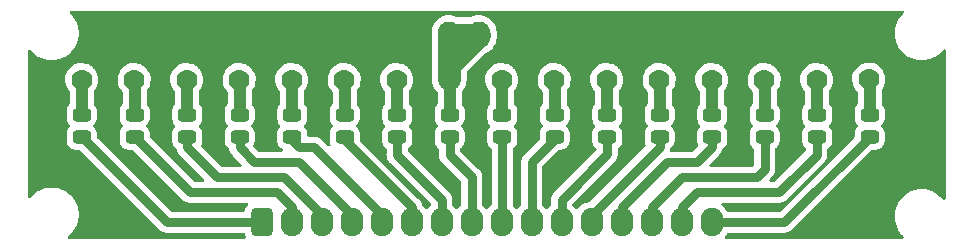
<source format=gbr>
%TF.GenerationSoftware,KiCad,Pcbnew,(6.0.4)*%
%TF.CreationDate,2022-09-19T09:43:28-03:00*%
%TF.ProjectId,Placa de sensores,506c6163-6120-4646-9520-73656e736f72,rev?*%
%TF.SameCoordinates,Original*%
%TF.FileFunction,Copper,L1,Top*%
%TF.FilePolarity,Positive*%
%FSLAX46Y46*%
G04 Gerber Fmt 4.6, Leading zero omitted, Abs format (unit mm)*
G04 Created by KiCad (PCBNEW (6.0.4)) date 2022-09-19 09:43:28*
%MOMM*%
%LPD*%
G01*
G04 APERTURE LIST*
G04 Aperture macros list*
%AMRoundRect*
0 Rectangle with rounded corners*
0 $1 Rounding radius*
0 $2 $3 $4 $5 $6 $7 $8 $9 X,Y pos of 4 corners*
0 Add a 4 corners polygon primitive as box body*
4,1,4,$2,$3,$4,$5,$6,$7,$8,$9,$2,$3,0*
0 Add four circle primitives for the rounded corners*
1,1,$1+$1,$2,$3*
1,1,$1+$1,$4,$5*
1,1,$1+$1,$6,$7*
1,1,$1+$1,$8,$9*
0 Add four rect primitives between the rounded corners*
20,1,$1+$1,$2,$3,$4,$5,0*
20,1,$1+$1,$4,$5,$6,$7,0*
20,1,$1+$1,$6,$7,$8,$9,0*
20,1,$1+$1,$8,$9,$2,$3,0*%
G04 Aperture macros list end*
%TA.AperFunction,SMDPad,CuDef*%
%ADD10RoundRect,0.285750X-0.476250X-0.285750X0.476250X-0.285750X0.476250X0.285750X-0.476250X0.285750X0*%
%TD*%
%TA.AperFunction,SMDPad,CuDef*%
%ADD11RoundRect,0.285750X-0.285750X-0.476250X0.285750X-0.476250X0.285750X0.476250X-0.285750X0.476250X0*%
%TD*%
%TA.AperFunction,ComponentPad*%
%ADD12RoundRect,0.476250X0.476250X-0.730250X0.476250X0.730250X-0.476250X0.730250X-0.476250X-0.730250X0*%
%TD*%
%TA.AperFunction,ComponentPad*%
%ADD13O,1.905000X2.413000*%
%TD*%
%TA.AperFunction,ComponentPad*%
%ADD14RoundRect,0.476250X0.476250X-0.666750X0.476250X0.666750X-0.476250X0.666750X-0.476250X-0.666750X0*%
%TD*%
%TA.AperFunction,ComponentPad*%
%ADD15O,1.905000X2.286000*%
%TD*%
%TA.AperFunction,ViaPad*%
%ADD16C,1.778000*%
%TD*%
%TA.AperFunction,Conductor*%
%ADD17C,1.016000*%
%TD*%
%TA.AperFunction,Conductor*%
%ADD18C,1.905000*%
%TD*%
%TA.AperFunction,Conductor*%
%ADD19C,0.762000*%
%TD*%
G04 APERTURE END LIST*
D10*
%TO.P,U7,1,VCC*%
%TO.N,+5V*%
X57180000Y-32171600D03*
%TO.P,U7,2,OUT*%
%TO.N,/s7*%
X57180000Y-34071600D03*
D11*
%TO.P,U7,3,GND*%
%TO.N,GND*%
X59055000Y-33121600D03*
%TD*%
D10*
%TO.P,U11,1,VCC*%
%TO.N,+5V*%
X74960000Y-32171600D03*
%TO.P,U11,2,OUT*%
%TO.N,/s11*%
X74960000Y-34071600D03*
D11*
%TO.P,U11,3,GND*%
%TO.N,GND*%
X76835000Y-33121600D03*
%TD*%
D12*
%TO.P,J1,1,Pin_1*%
%TO.N,/s1*%
X45720000Y-41275000D03*
D13*
%TO.P,J1,2,Pin_2*%
%TO.N,/s2*%
X48260000Y-41275000D03*
%TO.P,J1,3,Pin_3*%
%TO.N,/s3*%
X50800000Y-41275000D03*
%TO.P,J1,4,Pin_4*%
%TO.N,/s4*%
X53340000Y-41275000D03*
%TO.P,J1,5,Pin_5*%
%TO.N,/s5*%
X55880000Y-41275000D03*
%TO.P,J1,6,Pin_6*%
%TO.N,/s6*%
X58420000Y-41275000D03*
%TO.P,J1,7,Pin_7*%
%TO.N,/s7*%
X60960000Y-41275000D03*
%TO.P,J1,8,Pin_8*%
%TO.N,/s8*%
X63500000Y-41275000D03*
%TO.P,J1,9,Pin_9*%
%TO.N,/s9*%
X66040000Y-41275000D03*
%TO.P,J1,10,Pin_10*%
%TO.N,/s10*%
X68580000Y-41275000D03*
%TO.P,J1,11,Pin_11*%
%TO.N,/s11*%
X71120000Y-41275000D03*
%TO.P,J1,12,Pin_12*%
%TO.N,/s12*%
X73660000Y-41275000D03*
%TO.P,J1,13,Pin_13*%
%TO.N,/s13*%
X76200000Y-41275000D03*
%TO.P,J1,14,Pin_14*%
%TO.N,/s14*%
X78740000Y-41275000D03*
%TO.P,J1,15,Pin_15*%
%TO.N,/s15*%
X81280000Y-41275000D03*
%TO.P,J1,16,Pin_16*%
%TO.N,/s16*%
X83820000Y-41275000D03*
%TD*%
D10*
%TO.P,U12,1,VCC*%
%TO.N,+5V*%
X79405000Y-32171600D03*
%TO.P,U12,2,OUT*%
%TO.N,/s12*%
X79405000Y-34071600D03*
D11*
%TO.P,U12,3,GND*%
%TO.N,GND*%
X81280000Y-33121600D03*
%TD*%
D10*
%TO.P,U10,1,VCC*%
%TO.N,+5V*%
X70515000Y-32171600D03*
%TO.P,U10,2,OUT*%
%TO.N,/s10*%
X70515000Y-34071600D03*
D11*
%TO.P,U10,3,GND*%
%TO.N,GND*%
X72390000Y-33121600D03*
%TD*%
D10*
%TO.P,U5,1,VCC*%
%TO.N,+5V*%
X48290000Y-32171600D03*
%TO.P,U5,2,OUT*%
%TO.N,/s5*%
X48290000Y-34071600D03*
D11*
%TO.P,U5,3,GND*%
%TO.N,GND*%
X50165000Y-33121600D03*
%TD*%
D10*
%TO.P,U2,1,VCC*%
%TO.N,+5V*%
X34955000Y-32171600D03*
%TO.P,U2,2,OUT*%
%TO.N,/s2*%
X34955000Y-34071600D03*
D11*
%TO.P,U2,3,GND*%
%TO.N,GND*%
X36830000Y-33121600D03*
%TD*%
D14*
%TO.P,J2,1,Pin_1*%
%TO.N,GND*%
X59065008Y-25400000D03*
D15*
%TO.P,J2,2,Pin_2*%
%TO.N,+5V*%
X61605008Y-25400000D03*
%TO.P,J2,3,Pin_3*%
X64145008Y-25400000D03*
%TO.P,J2,4,Pin_4*%
%TO.N,GND*%
X66685008Y-25400000D03*
%TD*%
D10*
%TO.P,U13,1,VCC*%
%TO.N,+5V*%
X83850000Y-32171600D03*
%TO.P,U13,2,OUT*%
%TO.N,/s13*%
X83850000Y-34071600D03*
D11*
%TO.P,U13,3,GND*%
%TO.N,GND*%
X85725000Y-33121600D03*
%TD*%
D10*
%TO.P,U4,1,VCC*%
%TO.N,+5V*%
X43845000Y-32171600D03*
%TO.P,U4,2,OUT*%
%TO.N,/s4*%
X43845000Y-34071600D03*
D11*
%TO.P,U4,3,GND*%
%TO.N,GND*%
X45720000Y-33121600D03*
%TD*%
D10*
%TO.P,U9,1,VCC*%
%TO.N,+5V*%
X66070000Y-32171600D03*
%TO.P,U9,2,OUT*%
%TO.N,/s9*%
X66070000Y-34071600D03*
D11*
%TO.P,U9,3,GND*%
%TO.N,GND*%
X67945000Y-33121600D03*
%TD*%
D10*
%TO.P,U15,1,VCC*%
%TO.N,+5V*%
X92740000Y-32171600D03*
%TO.P,U15,2,OUT*%
%TO.N,/s15*%
X92740000Y-34071600D03*
D11*
%TO.P,U15,3,GND*%
%TO.N,GND*%
X94615000Y-33121600D03*
%TD*%
D10*
%TO.P,U8,1,VCC*%
%TO.N,+5V*%
X61625000Y-32171600D03*
%TO.P,U8,2,OUT*%
%TO.N,/s8*%
X61625000Y-34071600D03*
D11*
%TO.P,U8,3,GND*%
%TO.N,GND*%
X63500000Y-33121600D03*
%TD*%
D10*
%TO.P,U1,1,VCC*%
%TO.N,+5V*%
X30480000Y-32171600D03*
%TO.P,U1,2,OUT*%
%TO.N,/s1*%
X30480000Y-34071600D03*
D11*
%TO.P,U1,3,GND*%
%TO.N,GND*%
X32355000Y-33121600D03*
%TD*%
D10*
%TO.P,U14,1,VCC*%
%TO.N,+5V*%
X88295000Y-32171600D03*
%TO.P,U14,2,OUT*%
%TO.N,/s14*%
X88295000Y-34071600D03*
D11*
%TO.P,U14,3,GND*%
%TO.N,GND*%
X90170000Y-33121600D03*
%TD*%
D10*
%TO.P,U6,1,VCC*%
%TO.N,+5V*%
X52735000Y-32171600D03*
%TO.P,U6,2,OUT*%
%TO.N,/s6*%
X52735000Y-34071600D03*
D11*
%TO.P,U6,3,GND*%
%TO.N,GND*%
X54610000Y-33121600D03*
%TD*%
D10*
%TO.P,U3,1,VCC*%
%TO.N,+5V*%
X39400000Y-32171600D03*
%TO.P,U3,2,OUT*%
%TO.N,/s3*%
X39400000Y-34071600D03*
D11*
%TO.P,U3,3,GND*%
%TO.N,GND*%
X41275000Y-33121600D03*
%TD*%
D10*
%TO.P,U16,1,VCC*%
%TO.N,+5V*%
X97185000Y-32171600D03*
%TO.P,U16,2,OUT*%
%TO.N,/s16*%
X97185000Y-34071600D03*
D11*
%TO.P,U16,3,GND*%
%TO.N,GND*%
X99060000Y-33121600D03*
%TD*%
D16*
%TO.N,+5V*%
X57150000Y-29210000D03*
X61595000Y-29210000D03*
X92710000Y-29210000D03*
X34925000Y-29210000D03*
X39370000Y-29210000D03*
X70485000Y-29210000D03*
X97118141Y-29171103D03*
X66040000Y-29210000D03*
X52705000Y-29210000D03*
X74930000Y-29210000D03*
X43815000Y-29210000D03*
X83820000Y-29210000D03*
X88265000Y-29210000D03*
X48260000Y-29210000D03*
X79375000Y-29210000D03*
X30480000Y-29210000D03*
%TD*%
D17*
%TO.N,+5V*%
X66070000Y-32171600D02*
X66070000Y-29240000D01*
X70515000Y-29240000D02*
X70485000Y-29210000D01*
X83850000Y-29240000D02*
X83820000Y-29210000D01*
D18*
X61605008Y-27950008D02*
X61605008Y-29199992D01*
D17*
X66070000Y-29240000D02*
X66040000Y-29210000D01*
D18*
X61605008Y-25400000D02*
X61605008Y-27950008D01*
D17*
X48290000Y-29240000D02*
X48260000Y-29210000D01*
X61625000Y-29240000D02*
X61595000Y-29210000D01*
X30480000Y-29210000D02*
X30480000Y-32171600D01*
X74960000Y-32171600D02*
X74960000Y-29240000D01*
D18*
X64145008Y-25410008D02*
X61605008Y-27950008D01*
D17*
X57180000Y-29240000D02*
X57150000Y-29210000D01*
X39400000Y-32171600D02*
X39400000Y-29240000D01*
X52735000Y-32171600D02*
X52735000Y-29240000D01*
X83850000Y-32171600D02*
X83850000Y-29240000D01*
X64145000Y-25400000D02*
X64145000Y-25410016D01*
X88295000Y-32171600D02*
X88295000Y-29240000D01*
X79405000Y-32171600D02*
X79405000Y-29240000D01*
X92740000Y-29240000D02*
X92710000Y-29210000D01*
X97185000Y-29237962D02*
X97118141Y-29171103D01*
X92740000Y-32171600D02*
X92740000Y-29240000D01*
X43845000Y-29240000D02*
X43815000Y-29210000D01*
X39400000Y-29240000D02*
X39370000Y-29210000D01*
X64145000Y-25400000D02*
X64135000Y-25400000D01*
X74960000Y-29240000D02*
X74930000Y-29210000D01*
X79405000Y-29240000D02*
X79375000Y-29210000D01*
X34955000Y-29240000D02*
X34925000Y-29210000D01*
X34955000Y-32171600D02*
X34955000Y-29240000D01*
X48290000Y-32171600D02*
X48290000Y-29240000D01*
X43845000Y-32171600D02*
X43845000Y-29240000D01*
X52735000Y-29240000D02*
X52705000Y-29210000D01*
X88295000Y-29240000D02*
X88265000Y-29210000D01*
X97185000Y-32171600D02*
X97185000Y-29237962D01*
X61625000Y-32171600D02*
X61625000Y-29240000D01*
X70515000Y-32171600D02*
X70515000Y-29240000D01*
D18*
X61605008Y-25400000D02*
X64145008Y-25400000D01*
D17*
X57180000Y-32171600D02*
X57180000Y-29240000D01*
D19*
%TO.N,/s16*%
X97185000Y-34071600D02*
X89981600Y-41275000D01*
X89981600Y-41275000D02*
X83820000Y-41275000D01*
%TO.N,/s1*%
X37683400Y-41275000D02*
X45720000Y-41275000D01*
X30480000Y-34071600D02*
X37683400Y-41275000D01*
%TO.N,/s2*%
X34955000Y-34071600D02*
X39618400Y-38735000D01*
X39618400Y-38735000D02*
X46990000Y-38735000D01*
X48260000Y-40005000D02*
X48260000Y-41275000D01*
X46990000Y-38735000D02*
X48260000Y-40005000D01*
%TO.N,/s3*%
X47625000Y-37465000D02*
X50800000Y-40640000D01*
X41910000Y-37465000D02*
X47625000Y-37465000D01*
X39400000Y-34955000D02*
X41910000Y-37465000D01*
X39400000Y-34071600D02*
X39400000Y-34955000D01*
X50800000Y-40640000D02*
X50800000Y-41275000D01*
%TO.N,/s4*%
X45085000Y-36195000D02*
X48895000Y-36195000D01*
X48895000Y-36195000D02*
X53340000Y-40640000D01*
X43845000Y-34071600D02*
X43845000Y-34955000D01*
X43845000Y-34955000D02*
X45085000Y-36195000D01*
X53340000Y-40640000D02*
X53340000Y-41275000D01*
%TO.N,/s5*%
X50165000Y-34925000D02*
X55880000Y-40640000D01*
X48895000Y-34925000D02*
X50165000Y-34925000D01*
X55880000Y-40640000D02*
X55880000Y-41275000D01*
X48290000Y-34320000D02*
X48895000Y-34925000D01*
X48290000Y-34071600D02*
X48290000Y-34320000D01*
%TO.N,/s6*%
X52735000Y-34071600D02*
X52735000Y-34320000D01*
X52735000Y-34320000D02*
X58420000Y-40005000D01*
X58420000Y-40005000D02*
X58420000Y-41275000D01*
%TO.N,/s7*%
X60960000Y-39370000D02*
X60960000Y-41275000D01*
X57180000Y-35590000D02*
X60960000Y-39370000D01*
X57180000Y-34071600D02*
X57180000Y-35590000D01*
%TO.N,/s8*%
X61625000Y-35590000D02*
X63500000Y-37465000D01*
X63500000Y-37465000D02*
X63500000Y-41275000D01*
X61625000Y-34071600D02*
X61625000Y-35590000D01*
%TO.N,/s9*%
X66070000Y-34071600D02*
X66070000Y-41245000D01*
X66070000Y-41245000D02*
X66040000Y-41275000D01*
%TO.N,/s10*%
X68580000Y-36195000D02*
X68580000Y-41275000D01*
X70515000Y-34260000D02*
X68580000Y-36195000D01*
X70515000Y-34071600D02*
X70515000Y-34260000D01*
%TO.N,/s11*%
X71120000Y-39370000D02*
X71120000Y-41275000D01*
X74960000Y-34071600D02*
X74960000Y-35530000D01*
X74960000Y-35530000D02*
X71120000Y-39370000D01*
%TO.N,/s12*%
X79405000Y-34071600D02*
X79405000Y-34895000D01*
X79405000Y-34895000D02*
X73660000Y-40640000D01*
X73660000Y-40640000D02*
X73660000Y-41275000D01*
%TO.N,/s13*%
X76200000Y-40005000D02*
X76200000Y-41275000D01*
X82550000Y-36195000D02*
X80010000Y-36195000D01*
X80010000Y-36195000D02*
X76200000Y-40005000D01*
X83850000Y-34071600D02*
X83850000Y-34895000D01*
X83850000Y-34895000D02*
X82550000Y-36195000D01*
%TO.N,/s14*%
X88295000Y-36800000D02*
X87630000Y-37465000D01*
X87630000Y-37465000D02*
X81280000Y-37465000D01*
X81280000Y-37465000D02*
X78740000Y-40005000D01*
X88295000Y-34071600D02*
X88295000Y-36800000D01*
X78740000Y-40005000D02*
X78740000Y-41275000D01*
%TO.N,/s15*%
X89535000Y-38735000D02*
X82550000Y-38735000D01*
X82550000Y-38735000D02*
X81280000Y-40005000D01*
X92710000Y-35560000D02*
X89535000Y-38735000D01*
X92710000Y-34101600D02*
X92710000Y-35560000D01*
X81280000Y-40005000D02*
X81280000Y-41275000D01*
X92740000Y-34071600D02*
X92710000Y-34101600D01*
%TD*%
%TA.AperFunction,Conductor*%
%TO.N,GND*%
G36*
X100037181Y-23388502D02*
G01*
X100083674Y-23442158D01*
X100093778Y-23512432D01*
X100064284Y-23577012D01*
X100052137Y-23589232D01*
X99982827Y-23650015D01*
X99982820Y-23650022D01*
X99979731Y-23652731D01*
X99977022Y-23655820D01*
X99784823Y-23874980D01*
X99784819Y-23874986D01*
X99782105Y-23878080D01*
X99615584Y-24127297D01*
X99483017Y-24396117D01*
X99481692Y-24400022D01*
X99481691Y-24400023D01*
X99443545Y-24512399D01*
X99386672Y-24679940D01*
X99385868Y-24683984D01*
X99385866Y-24683990D01*
X99329961Y-24965044D01*
X99328197Y-24973911D01*
X99327928Y-24978016D01*
X99327927Y-24978023D01*
X99316578Y-25151187D01*
X99308594Y-25273000D01*
X99308864Y-25277119D01*
X99324857Y-25521122D01*
X99328197Y-25572089D01*
X99328999Y-25576122D01*
X99329000Y-25576128D01*
X99385866Y-25862010D01*
X99386672Y-25866060D01*
X99387999Y-25869969D01*
X99388000Y-25869973D01*
X99464967Y-26096710D01*
X99483017Y-26149883D01*
X99615584Y-26418703D01*
X99782105Y-26667920D01*
X99784819Y-26671014D01*
X99784823Y-26671020D01*
X99922417Y-26827915D01*
X99979731Y-26893269D01*
X99982820Y-26895978D01*
X100201980Y-27088177D01*
X100201986Y-27088181D01*
X100205080Y-27090895D01*
X100454297Y-27257416D01*
X100457996Y-27259240D01*
X100458001Y-27259243D01*
X100595905Y-27327249D01*
X100723117Y-27389983D01*
X100727022Y-27391308D01*
X100727023Y-27391309D01*
X101003027Y-27485000D01*
X101003031Y-27485001D01*
X101006940Y-27486328D01*
X101010984Y-27487132D01*
X101010990Y-27487134D01*
X101296872Y-27544000D01*
X101296878Y-27544001D01*
X101300911Y-27544803D01*
X101305016Y-27545072D01*
X101305023Y-27545073D01*
X101595881Y-27564136D01*
X101600000Y-27564406D01*
X101604119Y-27564136D01*
X101894977Y-27545073D01*
X101894984Y-27545072D01*
X101899089Y-27544803D01*
X101903122Y-27544001D01*
X101903128Y-27544000D01*
X102189010Y-27487134D01*
X102189016Y-27487132D01*
X102193060Y-27486328D01*
X102196969Y-27485001D01*
X102196973Y-27485000D01*
X102472977Y-27391309D01*
X102472978Y-27391308D01*
X102476883Y-27389983D01*
X102604095Y-27327249D01*
X102741999Y-27259243D01*
X102742004Y-27259240D01*
X102745703Y-27257416D01*
X102994920Y-27090895D01*
X102998014Y-27088181D01*
X102998020Y-27088177D01*
X103217180Y-26895978D01*
X103220269Y-26893269D01*
X103404636Y-26683039D01*
X103410768Y-26676047D01*
X103470722Y-26638020D01*
X103541717Y-26638442D01*
X103601214Y-26677181D01*
X103630322Y-26741936D01*
X103631500Y-26759125D01*
X103631500Y-39280875D01*
X103611498Y-39348996D01*
X103557842Y-39395489D01*
X103487568Y-39405593D01*
X103422988Y-39376099D01*
X103410768Y-39363953D01*
X103222978Y-39149820D01*
X103220269Y-39146731D01*
X103183050Y-39114091D01*
X102998020Y-38951823D01*
X102998014Y-38951819D01*
X102994920Y-38949105D01*
X102745703Y-38782584D01*
X102742004Y-38780760D01*
X102741999Y-38780757D01*
X102546830Y-38684511D01*
X102476883Y-38650017D01*
X102472977Y-38648691D01*
X102196973Y-38555000D01*
X102196969Y-38554999D01*
X102193060Y-38553672D01*
X102189016Y-38552868D01*
X102189010Y-38552866D01*
X101903128Y-38496000D01*
X101903122Y-38495999D01*
X101899089Y-38495197D01*
X101894984Y-38494928D01*
X101894977Y-38494927D01*
X101604119Y-38475864D01*
X101600000Y-38475594D01*
X101595881Y-38475864D01*
X101305023Y-38494927D01*
X101305016Y-38494928D01*
X101300911Y-38495197D01*
X101296878Y-38495999D01*
X101296872Y-38496000D01*
X101010990Y-38552866D01*
X101010984Y-38552868D01*
X101006940Y-38553672D01*
X101003031Y-38554999D01*
X101003027Y-38555000D01*
X100727023Y-38648691D01*
X100723117Y-38650017D01*
X100653170Y-38684511D01*
X100458001Y-38780757D01*
X100457996Y-38780760D01*
X100454297Y-38782584D01*
X100205080Y-38949105D01*
X100201986Y-38951819D01*
X100201980Y-38951823D01*
X100016950Y-39114091D01*
X99979731Y-39146731D01*
X99977022Y-39149820D01*
X99784823Y-39368980D01*
X99784819Y-39368986D01*
X99782105Y-39372080D01*
X99615584Y-39621297D01*
X99613760Y-39624996D01*
X99613757Y-39625001D01*
X99568500Y-39716774D01*
X99483017Y-39890117D01*
X99481692Y-39894022D01*
X99481691Y-39894023D01*
X99400624Y-40132840D01*
X99386672Y-40173940D01*
X99385868Y-40177984D01*
X99385866Y-40177990D01*
X99337816Y-40419554D01*
X99328197Y-40467911D01*
X99327928Y-40472016D01*
X99327927Y-40472023D01*
X99317188Y-40635881D01*
X99308594Y-40767000D01*
X99308864Y-40771119D01*
X99323043Y-40987446D01*
X99328197Y-41066089D01*
X99328999Y-41070122D01*
X99329000Y-41070128D01*
X99385866Y-41356010D01*
X99386672Y-41360060D01*
X99387999Y-41363969D01*
X99388000Y-41363973D01*
X99481691Y-41639977D01*
X99483017Y-41643883D01*
X99484841Y-41647581D01*
X99598414Y-41877885D01*
X99615584Y-41912703D01*
X99782105Y-42161920D01*
X99784819Y-42165014D01*
X99784823Y-42165020D01*
X99957066Y-42361425D01*
X99979731Y-42387269D01*
X99982820Y-42389978D01*
X99982827Y-42389985D01*
X100052137Y-42450768D01*
X100090165Y-42510721D01*
X100089743Y-42581717D01*
X100051005Y-42641214D01*
X99986250Y-42670322D01*
X99969060Y-42671500D01*
X85043838Y-42671500D01*
X84975717Y-42651498D01*
X84929224Y-42597842D01*
X84919120Y-42527568D01*
X84952746Y-42458448D01*
X84959301Y-42451588D01*
X85094686Y-42253122D01*
X85101961Y-42237450D01*
X85148785Y-42184083D01*
X85216249Y-42164500D01*
X89901675Y-42164500D01*
X89921386Y-42166051D01*
X89928273Y-42167142D01*
X89928275Y-42167142D01*
X89934790Y-42168174D01*
X89941378Y-42167829D01*
X89941382Y-42167829D01*
X90001599Y-42164673D01*
X90008193Y-42164500D01*
X90028220Y-42164500D01*
X90031491Y-42164156D01*
X90031495Y-42164156D01*
X90048139Y-42162407D01*
X90054713Y-42161890D01*
X90114916Y-42158735D01*
X90114918Y-42158735D01*
X90121515Y-42158389D01*
X90134628Y-42154875D01*
X90154070Y-42151272D01*
X90155312Y-42151142D01*
X90160985Y-42150546D01*
X90160989Y-42150545D01*
X90167556Y-42149855D01*
X90231181Y-42129182D01*
X90237506Y-42127309D01*
X90244959Y-42125312D01*
X90302124Y-42109994D01*
X90314216Y-42103833D01*
X90332475Y-42096270D01*
X90345385Y-42092075D01*
X90403324Y-42058624D01*
X90409120Y-42055477D01*
X90433515Y-42043047D01*
X90468725Y-42025107D01*
X90479270Y-42016568D01*
X90495555Y-42005375D01*
X90501602Y-42001884D01*
X90501605Y-42001881D01*
X90507315Y-41998585D01*
X90512215Y-41994173D01*
X90512219Y-41994170D01*
X90557025Y-41953825D01*
X90562046Y-41949537D01*
X90575041Y-41939014D01*
X90577606Y-41936937D01*
X90591753Y-41922790D01*
X90596537Y-41918249D01*
X90641366Y-41877885D01*
X90641367Y-41877883D01*
X90646269Y-41873470D01*
X90654252Y-41862482D01*
X90667089Y-41847454D01*
X97326039Y-35188504D01*
X97388351Y-35154478D01*
X97415134Y-35151599D01*
X97748416Y-35151599D01*
X97753117Y-35151329D01*
X97926738Y-35111245D01*
X98000552Y-35075562D01*
X98080821Y-35036759D01*
X98080822Y-35036758D01*
X98087165Y-35033692D01*
X98121892Y-35005970D01*
X98220920Y-34926916D01*
X98226423Y-34922523D01*
X98337592Y-34783265D01*
X98349707Y-34758205D01*
X98412079Y-34629180D01*
X98415145Y-34622838D01*
X98455229Y-34449217D01*
X98455500Y-34444517D01*
X98455499Y-33698684D01*
X98455229Y-33693983D01*
X98415145Y-33520362D01*
X98337592Y-33359935D01*
X98226423Y-33220677D01*
X98220920Y-33216284D01*
X98215937Y-33211301D01*
X98218039Y-33209199D01*
X98184902Y-33161931D01*
X98182047Y-33090992D01*
X98216448Y-33032410D01*
X98215937Y-33031899D01*
X98217903Y-33029933D01*
X98217998Y-33029771D01*
X98218500Y-33029336D01*
X98220920Y-33026916D01*
X98226423Y-33022523D01*
X98337592Y-32883265D01*
X98415145Y-32722838D01*
X98455229Y-32549217D01*
X98455500Y-32544517D01*
X98455499Y-31798684D01*
X98455229Y-31793983D01*
X98415145Y-31620362D01*
X98337592Y-31459935D01*
X98229029Y-31323941D01*
X98202161Y-31258224D01*
X98201500Y-31245332D01*
X98201500Y-30099015D01*
X98225177Y-30025489D01*
X98317120Y-29897536D01*
X98320138Y-29893336D01*
X98322767Y-29888018D01*
X98405181Y-29721263D01*
X98421957Y-29687320D01*
X98441105Y-29624297D01*
X98487258Y-29472394D01*
X98487259Y-29472388D01*
X98488762Y-29467442D01*
X98514070Y-29275207D01*
X98518320Y-29242926D01*
X98518320Y-29242922D01*
X98518757Y-29239605D01*
X98519398Y-29213365D01*
X98520349Y-29174468D01*
X98520349Y-29174464D01*
X98520431Y-29171103D01*
X98514199Y-29095297D01*
X98502025Y-28947224D01*
X98502024Y-28947218D01*
X98501601Y-28942073D01*
X98445618Y-28719193D01*
X98353984Y-28508450D01*
X98351178Y-28504112D01*
X98231971Y-28319846D01*
X98231969Y-28319843D01*
X98229161Y-28315503D01*
X98113372Y-28188252D01*
X98077978Y-28149355D01*
X98077976Y-28149354D01*
X98074500Y-28145533D01*
X98070449Y-28142334D01*
X98070445Y-28142330D01*
X97923774Y-28026497D01*
X97894156Y-28003106D01*
X97692972Y-27892046D01*
X97567153Y-27847491D01*
X97481225Y-27817062D01*
X97481221Y-27817061D01*
X97476350Y-27815336D01*
X97471257Y-27814429D01*
X97471254Y-27814428D01*
X97255197Y-27775942D01*
X97255191Y-27775941D01*
X97250108Y-27775036D01*
X97176925Y-27774142D01*
X97025492Y-27772292D01*
X97025490Y-27772292D01*
X97020322Y-27772229D01*
X96868751Y-27795422D01*
X96798272Y-27806207D01*
X96798269Y-27806208D01*
X96793163Y-27806989D01*
X96767626Y-27815336D01*
X96579645Y-27876778D01*
X96579643Y-27876779D01*
X96574732Y-27878384D01*
X96370894Y-27984495D01*
X96366761Y-27987598D01*
X96366758Y-27987600D01*
X96191259Y-28119368D01*
X96187124Y-28122473D01*
X96028357Y-28288613D01*
X95898857Y-28478453D01*
X95802102Y-28686895D01*
X95740689Y-28908340D01*
X95716270Y-29136842D01*
X95729498Y-29366264D01*
X95730633Y-29371301D01*
X95730634Y-29371307D01*
X95759909Y-29501210D01*
X95780019Y-29590445D01*
X95866477Y-29803364D01*
X95869174Y-29807765D01*
X95869175Y-29807767D01*
X95943089Y-29928383D01*
X95986549Y-29999303D01*
X96068984Y-30094469D01*
X96137010Y-30173001D01*
X96135301Y-30174481D01*
X96165335Y-30228148D01*
X96168500Y-30256211D01*
X96168500Y-31245332D01*
X96148498Y-31313453D01*
X96140971Y-31323941D01*
X96032408Y-31459935D01*
X95954855Y-31620362D01*
X95914771Y-31793983D01*
X95914500Y-31798683D01*
X95914501Y-32544516D01*
X95914771Y-32549217D01*
X95954855Y-32722838D01*
X96032408Y-32883265D01*
X96143577Y-33022523D01*
X96149080Y-33026916D01*
X96154063Y-33031899D01*
X96151961Y-33034001D01*
X96185098Y-33081269D01*
X96187953Y-33152208D01*
X96153552Y-33210790D01*
X96154063Y-33211301D01*
X96152097Y-33213267D01*
X96152002Y-33213429D01*
X96151500Y-33213864D01*
X96149080Y-33216284D01*
X96143577Y-33220677D01*
X96032408Y-33359935D01*
X95954855Y-33520362D01*
X95914771Y-33693983D01*
X95914500Y-33698683D01*
X95914500Y-33700507D01*
X95914501Y-34031966D01*
X95894499Y-34100086D01*
X95877596Y-34121061D01*
X89650062Y-40348595D01*
X89587750Y-40382621D01*
X89560967Y-40385500D01*
X85217597Y-40385500D01*
X85149476Y-40365498D01*
X85111805Y-40327940D01*
X84984310Y-40130863D01*
X84984308Y-40130860D01*
X84981502Y-40126523D01*
X84819814Y-39948830D01*
X84716138Y-39866952D01*
X84693891Y-39849382D01*
X84652828Y-39791465D01*
X84649596Y-39720542D01*
X84685221Y-39659130D01*
X84748393Y-39626728D01*
X84771983Y-39624500D01*
X89455075Y-39624500D01*
X89474786Y-39626051D01*
X89481673Y-39627142D01*
X89481675Y-39627142D01*
X89488190Y-39628174D01*
X89494778Y-39627829D01*
X89494782Y-39627829D01*
X89554999Y-39624673D01*
X89561593Y-39624500D01*
X89581620Y-39624500D01*
X89584891Y-39624156D01*
X89584895Y-39624156D01*
X89601539Y-39622407D01*
X89608113Y-39621890D01*
X89668316Y-39618735D01*
X89668318Y-39618735D01*
X89674915Y-39618389D01*
X89688028Y-39614875D01*
X89707470Y-39611272D01*
X89708712Y-39611142D01*
X89714385Y-39610546D01*
X89714389Y-39610545D01*
X89720956Y-39609855D01*
X89784581Y-39589182D01*
X89790906Y-39587309D01*
X89805912Y-39583288D01*
X89855524Y-39569994D01*
X89867616Y-39563833D01*
X89885875Y-39556270D01*
X89898785Y-39552075D01*
X89956724Y-39518624D01*
X89962520Y-39515477D01*
X89967878Y-39512747D01*
X90022125Y-39485107D01*
X90032670Y-39476568D01*
X90048955Y-39465375D01*
X90055002Y-39461884D01*
X90055005Y-39461881D01*
X90060715Y-39458585D01*
X90065615Y-39454173D01*
X90065619Y-39454170D01*
X90110425Y-39413825D01*
X90115446Y-39409537D01*
X90128441Y-39399014D01*
X90131006Y-39396937D01*
X90145153Y-39382790D01*
X90149937Y-39378249D01*
X90194766Y-39337885D01*
X90194767Y-39337883D01*
X90199669Y-39333470D01*
X90207652Y-39322482D01*
X90220489Y-39307454D01*
X93282454Y-36245489D01*
X93297482Y-36232652D01*
X93308470Y-36224669D01*
X93330545Y-36200153D01*
X93353249Y-36174937D01*
X93357790Y-36170153D01*
X93371937Y-36156006D01*
X93384537Y-36140446D01*
X93388825Y-36135425D01*
X93429170Y-36090619D01*
X93429173Y-36090615D01*
X93433585Y-36085715D01*
X93436881Y-36080005D01*
X93436884Y-36080002D01*
X93440375Y-36073955D01*
X93451568Y-36057670D01*
X93455950Y-36052258D01*
X93460107Y-36047125D01*
X93490477Y-35987520D01*
X93493624Y-35981724D01*
X93507598Y-35957520D01*
X93527075Y-35923785D01*
X93531270Y-35910875D01*
X93538833Y-35892616D01*
X93544994Y-35880524D01*
X93562320Y-35815862D01*
X93564172Y-35809614D01*
X93584855Y-35745956D01*
X93586273Y-35732463D01*
X93589877Y-35713020D01*
X93591679Y-35706295D01*
X93591680Y-35706290D01*
X93593388Y-35699915D01*
X93593928Y-35689624D01*
X93596889Y-35633120D01*
X93597406Y-35626546D01*
X93599156Y-35609893D01*
X93599500Y-35606620D01*
X93599500Y-35586586D01*
X93599673Y-35579992D01*
X93602829Y-35519782D01*
X93602829Y-35519777D01*
X93603174Y-35513190D01*
X93601051Y-35499785D01*
X93599500Y-35480075D01*
X93599500Y-35128390D01*
X93619502Y-35060269D01*
X93646891Y-35029919D01*
X93655569Y-35022992D01*
X93781423Y-34922523D01*
X93892592Y-34783265D01*
X93904707Y-34758205D01*
X93967079Y-34629180D01*
X93970145Y-34622838D01*
X94010229Y-34449217D01*
X94010500Y-34444517D01*
X94010499Y-33698684D01*
X94010229Y-33693983D01*
X93970145Y-33520362D01*
X93892592Y-33359935D01*
X93781423Y-33220677D01*
X93775920Y-33216284D01*
X93770937Y-33211301D01*
X93773039Y-33209199D01*
X93739902Y-33161931D01*
X93737047Y-33090992D01*
X93771448Y-33032410D01*
X93770937Y-33031899D01*
X93772903Y-33029933D01*
X93772998Y-33029771D01*
X93773500Y-33029336D01*
X93775920Y-33026916D01*
X93781423Y-33022523D01*
X93892592Y-32883265D01*
X93970145Y-32722838D01*
X94010229Y-32549217D01*
X94010500Y-32544517D01*
X94010499Y-31798684D01*
X94010229Y-31793983D01*
X93970145Y-31620362D01*
X93892592Y-31459935D01*
X93784029Y-31323941D01*
X93757161Y-31258224D01*
X93756500Y-31245332D01*
X93756500Y-30189206D01*
X93780177Y-30115680D01*
X93795419Y-30094469D01*
X93911997Y-29932233D01*
X94013816Y-29726217D01*
X94031679Y-29667424D01*
X94079117Y-29511291D01*
X94079118Y-29511285D01*
X94080621Y-29506339D01*
X94110616Y-29278502D01*
X94111110Y-29258305D01*
X94112208Y-29213365D01*
X94112208Y-29213361D01*
X94112290Y-29210000D01*
X94105853Y-29131709D01*
X94093884Y-28986121D01*
X94093883Y-28986115D01*
X94093460Y-28980970D01*
X94037477Y-28758090D01*
X93945843Y-28547347D01*
X93943037Y-28543009D01*
X93823830Y-28358743D01*
X93823828Y-28358740D01*
X93821020Y-28354400D01*
X93789579Y-28319846D01*
X93669837Y-28188252D01*
X93669835Y-28188251D01*
X93666359Y-28184430D01*
X93662308Y-28181231D01*
X93662304Y-28181227D01*
X93490073Y-28045208D01*
X93486015Y-28042003D01*
X93284831Y-27930943D01*
X93143156Y-27880773D01*
X93073084Y-27855959D01*
X93073080Y-27855958D01*
X93068209Y-27854233D01*
X93063116Y-27853326D01*
X93063113Y-27853325D01*
X92847056Y-27814839D01*
X92847050Y-27814838D01*
X92841967Y-27813933D01*
X92768784Y-27813039D01*
X92617351Y-27811189D01*
X92617349Y-27811189D01*
X92612181Y-27811126D01*
X92460610Y-27834319D01*
X92390131Y-27845104D01*
X92390128Y-27845105D01*
X92385022Y-27845886D01*
X92380110Y-27847491D01*
X92380112Y-27847491D01*
X92171504Y-27915675D01*
X92171502Y-27915676D01*
X92166591Y-27917281D01*
X92135538Y-27933446D01*
X92006525Y-28000606D01*
X91962753Y-28023392D01*
X91958620Y-28026495D01*
X91958617Y-28026497D01*
X91783118Y-28158265D01*
X91778983Y-28161370D01*
X91620216Y-28327510D01*
X91490716Y-28517350D01*
X91473159Y-28555174D01*
X91414196Y-28682200D01*
X91393961Y-28725792D01*
X91332548Y-28947237D01*
X91308129Y-29175739D01*
X91321357Y-29405161D01*
X91322492Y-29410198D01*
X91322493Y-29410204D01*
X91370741Y-29624297D01*
X91371878Y-29629342D01*
X91458336Y-29842261D01*
X91461033Y-29846662D01*
X91461034Y-29846664D01*
X91570619Y-30025489D01*
X91578408Y-30038200D01*
X91692738Y-30170187D01*
X91722220Y-30234773D01*
X91723500Y-30252684D01*
X91723500Y-31245332D01*
X91703498Y-31313453D01*
X91695971Y-31323941D01*
X91587408Y-31459935D01*
X91509855Y-31620362D01*
X91469771Y-31793983D01*
X91469500Y-31798683D01*
X91469501Y-32544516D01*
X91469771Y-32549217D01*
X91509855Y-32722838D01*
X91587408Y-32883265D01*
X91698577Y-33022523D01*
X91704080Y-33026916D01*
X91709063Y-33031899D01*
X91706961Y-33034001D01*
X91740098Y-33081269D01*
X91742953Y-33152208D01*
X91708552Y-33210790D01*
X91709063Y-33211301D01*
X91707097Y-33213267D01*
X91707002Y-33213429D01*
X91706500Y-33213864D01*
X91704080Y-33216284D01*
X91698577Y-33220677D01*
X91587408Y-33359935D01*
X91509855Y-33520362D01*
X91469771Y-33693983D01*
X91469500Y-33698683D01*
X91469501Y-34444516D01*
X91469771Y-34449217D01*
X91509855Y-34622838D01*
X91512921Y-34629180D01*
X91575294Y-34758205D01*
X91587408Y-34783265D01*
X91698577Y-34922523D01*
X91773111Y-34982023D01*
X91813868Y-35040153D01*
X91820500Y-35080493D01*
X91820500Y-35139367D01*
X91800498Y-35207488D01*
X91783595Y-35228462D01*
X89203462Y-37808595D01*
X89141150Y-37842621D01*
X89114367Y-37845500D01*
X88811633Y-37845500D01*
X88743512Y-37825498D01*
X88697019Y-37771842D01*
X88686915Y-37701568D01*
X88716409Y-37636988D01*
X88722538Y-37630405D01*
X88867454Y-37485489D01*
X88882482Y-37472652D01*
X88893470Y-37464669D01*
X88938249Y-37414937D01*
X88942790Y-37410153D01*
X88956937Y-37396006D01*
X88969537Y-37380446D01*
X88973825Y-37375425D01*
X89014170Y-37330619D01*
X89014173Y-37330615D01*
X89018585Y-37325715D01*
X89021881Y-37320005D01*
X89021884Y-37320002D01*
X89025375Y-37313955D01*
X89036568Y-37297670D01*
X89045107Y-37287125D01*
X89075477Y-37227520D01*
X89078624Y-37221724D01*
X89085910Y-37209104D01*
X89112075Y-37163785D01*
X89116270Y-37150875D01*
X89123833Y-37132616D01*
X89129994Y-37120524D01*
X89147320Y-37055862D01*
X89149172Y-37049614D01*
X89169855Y-36985956D01*
X89171273Y-36972463D01*
X89174877Y-36953020D01*
X89176679Y-36946295D01*
X89176680Y-36946290D01*
X89178388Y-36939915D01*
X89181889Y-36873120D01*
X89182406Y-36866546D01*
X89184156Y-36849893D01*
X89184500Y-36846620D01*
X89184500Y-36826586D01*
X89184673Y-36819992D01*
X89187829Y-36759782D01*
X89187829Y-36759777D01*
X89188174Y-36753190D01*
X89186051Y-36739785D01*
X89184500Y-36720075D01*
X89184500Y-35104441D01*
X89204502Y-35036320D01*
X89231891Y-35005970D01*
X89330920Y-34926916D01*
X89336423Y-34922523D01*
X89447592Y-34783265D01*
X89459707Y-34758205D01*
X89522079Y-34629180D01*
X89525145Y-34622838D01*
X89565229Y-34449217D01*
X89565500Y-34444517D01*
X89565499Y-33698684D01*
X89565229Y-33693983D01*
X89525145Y-33520362D01*
X89447592Y-33359935D01*
X89336423Y-33220677D01*
X89330920Y-33216284D01*
X89325937Y-33211301D01*
X89328039Y-33209199D01*
X89294902Y-33161931D01*
X89292047Y-33090992D01*
X89326448Y-33032410D01*
X89325937Y-33031899D01*
X89327903Y-33029933D01*
X89327998Y-33029771D01*
X89328500Y-33029336D01*
X89330920Y-33026916D01*
X89336423Y-33022523D01*
X89447592Y-32883265D01*
X89525145Y-32722838D01*
X89565229Y-32549217D01*
X89565500Y-32544517D01*
X89565499Y-31798684D01*
X89565229Y-31793983D01*
X89525145Y-31620362D01*
X89447592Y-31459935D01*
X89339029Y-31323941D01*
X89312161Y-31258224D01*
X89311500Y-31245332D01*
X89311500Y-30189206D01*
X89335177Y-30115680D01*
X89350419Y-30094469D01*
X89466997Y-29932233D01*
X89568816Y-29726217D01*
X89586679Y-29667424D01*
X89634117Y-29511291D01*
X89634118Y-29511285D01*
X89635621Y-29506339D01*
X89665616Y-29278502D01*
X89666110Y-29258305D01*
X89667208Y-29213365D01*
X89667208Y-29213361D01*
X89667290Y-29210000D01*
X89660853Y-29131709D01*
X89648884Y-28986121D01*
X89648883Y-28986115D01*
X89648460Y-28980970D01*
X89592477Y-28758090D01*
X89500843Y-28547347D01*
X89498037Y-28543009D01*
X89378830Y-28358743D01*
X89378828Y-28358740D01*
X89376020Y-28354400D01*
X89344579Y-28319846D01*
X89224837Y-28188252D01*
X89224835Y-28188251D01*
X89221359Y-28184430D01*
X89217308Y-28181231D01*
X89217304Y-28181227D01*
X89045073Y-28045208D01*
X89041015Y-28042003D01*
X88839831Y-27930943D01*
X88698156Y-27880773D01*
X88628084Y-27855959D01*
X88628080Y-27855958D01*
X88623209Y-27854233D01*
X88618116Y-27853326D01*
X88618113Y-27853325D01*
X88402056Y-27814839D01*
X88402050Y-27814838D01*
X88396967Y-27813933D01*
X88323784Y-27813039D01*
X88172351Y-27811189D01*
X88172349Y-27811189D01*
X88167181Y-27811126D01*
X88015610Y-27834319D01*
X87945131Y-27845104D01*
X87945128Y-27845105D01*
X87940022Y-27845886D01*
X87935110Y-27847491D01*
X87935112Y-27847491D01*
X87726504Y-27915675D01*
X87726502Y-27915676D01*
X87721591Y-27917281D01*
X87690538Y-27933446D01*
X87561525Y-28000606D01*
X87517753Y-28023392D01*
X87513620Y-28026495D01*
X87513617Y-28026497D01*
X87338118Y-28158265D01*
X87333983Y-28161370D01*
X87175216Y-28327510D01*
X87045716Y-28517350D01*
X87028159Y-28555174D01*
X86969196Y-28682200D01*
X86948961Y-28725792D01*
X86887548Y-28947237D01*
X86863129Y-29175739D01*
X86876357Y-29405161D01*
X86877492Y-29410198D01*
X86877493Y-29410204D01*
X86925741Y-29624297D01*
X86926878Y-29629342D01*
X87013336Y-29842261D01*
X87016033Y-29846662D01*
X87016034Y-29846664D01*
X87125619Y-30025489D01*
X87133408Y-30038200D01*
X87247738Y-30170187D01*
X87277220Y-30234773D01*
X87278500Y-30252684D01*
X87278500Y-31245332D01*
X87258498Y-31313453D01*
X87250971Y-31323941D01*
X87142408Y-31459935D01*
X87064855Y-31620362D01*
X87024771Y-31793983D01*
X87024500Y-31798683D01*
X87024501Y-32544516D01*
X87024771Y-32549217D01*
X87064855Y-32722838D01*
X87142408Y-32883265D01*
X87253577Y-33022523D01*
X87259080Y-33026916D01*
X87264063Y-33031899D01*
X87261961Y-33034001D01*
X87295098Y-33081269D01*
X87297953Y-33152208D01*
X87263552Y-33210790D01*
X87264063Y-33211301D01*
X87262097Y-33213267D01*
X87262002Y-33213429D01*
X87261500Y-33213864D01*
X87259080Y-33216284D01*
X87253577Y-33220677D01*
X87142408Y-33359935D01*
X87064855Y-33520362D01*
X87024771Y-33693983D01*
X87024500Y-33698683D01*
X87024501Y-34444516D01*
X87024771Y-34449217D01*
X87064855Y-34622838D01*
X87067921Y-34629180D01*
X87130294Y-34758205D01*
X87142408Y-34783265D01*
X87253577Y-34922523D01*
X87259080Y-34926916D01*
X87358109Y-35005970D01*
X87398868Y-35064101D01*
X87405500Y-35104441D01*
X87405500Y-36379367D01*
X87385498Y-36447488D01*
X87368595Y-36468462D01*
X87298462Y-36538595D01*
X87236150Y-36572621D01*
X87209367Y-36575500D01*
X83731633Y-36575500D01*
X83663512Y-36555498D01*
X83617019Y-36501842D01*
X83606915Y-36431568D01*
X83636409Y-36366988D01*
X83642538Y-36360405D01*
X84422454Y-35580489D01*
X84437482Y-35567652D01*
X84448470Y-35559669D01*
X84456271Y-35551006D01*
X84493249Y-35509937D01*
X84497790Y-35505153D01*
X84511937Y-35491006D01*
X84520270Y-35480715D01*
X84524537Y-35475446D01*
X84528825Y-35470425D01*
X84529401Y-35469786D01*
X84554307Y-35442125D01*
X84569170Y-35425619D01*
X84569173Y-35425615D01*
X84573585Y-35420715D01*
X84576881Y-35415005D01*
X84576884Y-35415002D01*
X84580375Y-35408955D01*
X84591568Y-35392670D01*
X84595950Y-35387258D01*
X84600107Y-35382125D01*
X84630477Y-35322520D01*
X84633624Y-35316724D01*
X84651652Y-35285498D01*
X84667075Y-35258785D01*
X84671270Y-35245875D01*
X84678833Y-35227616D01*
X84684994Y-35215524D01*
X84702309Y-35150906D01*
X84704182Y-35144582D01*
X84724345Y-35082527D01*
X84765569Y-35022992D01*
X84885920Y-34926916D01*
X84891423Y-34922523D01*
X85002592Y-34783265D01*
X85014707Y-34758205D01*
X85077079Y-34629180D01*
X85080145Y-34622838D01*
X85120229Y-34449217D01*
X85120500Y-34444517D01*
X85120499Y-33698684D01*
X85120229Y-33693983D01*
X85080145Y-33520362D01*
X85002592Y-33359935D01*
X84891423Y-33220677D01*
X84885920Y-33216284D01*
X84880937Y-33211301D01*
X84883039Y-33209199D01*
X84849902Y-33161931D01*
X84847047Y-33090992D01*
X84881448Y-33032410D01*
X84880937Y-33031899D01*
X84882903Y-33029933D01*
X84882998Y-33029771D01*
X84883500Y-33029336D01*
X84885920Y-33026916D01*
X84891423Y-33022523D01*
X85002592Y-32883265D01*
X85080145Y-32722838D01*
X85120229Y-32549217D01*
X85120500Y-32544517D01*
X85120499Y-31798684D01*
X85120229Y-31793983D01*
X85080145Y-31620362D01*
X85002592Y-31459935D01*
X84894029Y-31323941D01*
X84867161Y-31258224D01*
X84866500Y-31245332D01*
X84866500Y-30189206D01*
X84890177Y-30115680D01*
X84905419Y-30094469D01*
X85021997Y-29932233D01*
X85123816Y-29726217D01*
X85141679Y-29667424D01*
X85189117Y-29511291D01*
X85189118Y-29511285D01*
X85190621Y-29506339D01*
X85220616Y-29278502D01*
X85221110Y-29258305D01*
X85222208Y-29213365D01*
X85222208Y-29213361D01*
X85222290Y-29210000D01*
X85215853Y-29131709D01*
X85203884Y-28986121D01*
X85203883Y-28986115D01*
X85203460Y-28980970D01*
X85147477Y-28758090D01*
X85055843Y-28547347D01*
X85053037Y-28543009D01*
X84933830Y-28358743D01*
X84933828Y-28358740D01*
X84931020Y-28354400D01*
X84899579Y-28319846D01*
X84779837Y-28188252D01*
X84779835Y-28188251D01*
X84776359Y-28184430D01*
X84772308Y-28181231D01*
X84772304Y-28181227D01*
X84600073Y-28045208D01*
X84596015Y-28042003D01*
X84394831Y-27930943D01*
X84253156Y-27880773D01*
X84183084Y-27855959D01*
X84183080Y-27855958D01*
X84178209Y-27854233D01*
X84173116Y-27853326D01*
X84173113Y-27853325D01*
X83957056Y-27814839D01*
X83957050Y-27814838D01*
X83951967Y-27813933D01*
X83878784Y-27813039D01*
X83727351Y-27811189D01*
X83727349Y-27811189D01*
X83722181Y-27811126D01*
X83570610Y-27834319D01*
X83500131Y-27845104D01*
X83500128Y-27845105D01*
X83495022Y-27845886D01*
X83490110Y-27847491D01*
X83490112Y-27847491D01*
X83281504Y-27915675D01*
X83281502Y-27915676D01*
X83276591Y-27917281D01*
X83245538Y-27933446D01*
X83116525Y-28000606D01*
X83072753Y-28023392D01*
X83068620Y-28026495D01*
X83068617Y-28026497D01*
X82893118Y-28158265D01*
X82888983Y-28161370D01*
X82730216Y-28327510D01*
X82600716Y-28517350D01*
X82583159Y-28555174D01*
X82524196Y-28682200D01*
X82503961Y-28725792D01*
X82442548Y-28947237D01*
X82418129Y-29175739D01*
X82431357Y-29405161D01*
X82432492Y-29410198D01*
X82432493Y-29410204D01*
X82480741Y-29624297D01*
X82481878Y-29629342D01*
X82568336Y-29842261D01*
X82571033Y-29846662D01*
X82571034Y-29846664D01*
X82680619Y-30025489D01*
X82688408Y-30038200D01*
X82802738Y-30170187D01*
X82832220Y-30234773D01*
X82833500Y-30252684D01*
X82833500Y-31245332D01*
X82813498Y-31313453D01*
X82805971Y-31323941D01*
X82697408Y-31459935D01*
X82619855Y-31620362D01*
X82579771Y-31793983D01*
X82579500Y-31798683D01*
X82579501Y-32544516D01*
X82579771Y-32549217D01*
X82619855Y-32722838D01*
X82697408Y-32883265D01*
X82808577Y-33022523D01*
X82814080Y-33026916D01*
X82819063Y-33031899D01*
X82816961Y-33034001D01*
X82850098Y-33081269D01*
X82852953Y-33152208D01*
X82818552Y-33210790D01*
X82819063Y-33211301D01*
X82817097Y-33213267D01*
X82817002Y-33213429D01*
X82816500Y-33213864D01*
X82814080Y-33216284D01*
X82808577Y-33220677D01*
X82697408Y-33359935D01*
X82619855Y-33520362D01*
X82579771Y-33693983D01*
X82579500Y-33698683D01*
X82579501Y-34444516D01*
X82579771Y-34449217D01*
X82619855Y-34622838D01*
X82622921Y-34629180D01*
X82660517Y-34706951D01*
X82672157Y-34776987D01*
X82644085Y-34842198D01*
X82636172Y-34850885D01*
X82218462Y-35268595D01*
X82156150Y-35302621D01*
X82129367Y-35305500D01*
X80380320Y-35305500D01*
X80312199Y-35285498D01*
X80265706Y-35231842D01*
X80255602Y-35161568D01*
X80260485Y-35140572D01*
X80279345Y-35082526D01*
X80320569Y-35022992D01*
X80440920Y-34926916D01*
X80446423Y-34922523D01*
X80557592Y-34783265D01*
X80569707Y-34758205D01*
X80632079Y-34629180D01*
X80635145Y-34622838D01*
X80675229Y-34449217D01*
X80675500Y-34444517D01*
X80675499Y-33698684D01*
X80675229Y-33693983D01*
X80635145Y-33520362D01*
X80557592Y-33359935D01*
X80446423Y-33220677D01*
X80440920Y-33216284D01*
X80435937Y-33211301D01*
X80438039Y-33209199D01*
X80404902Y-33161931D01*
X80402047Y-33090992D01*
X80436448Y-33032410D01*
X80435937Y-33031899D01*
X80437903Y-33029933D01*
X80437998Y-33029771D01*
X80438500Y-33029336D01*
X80440920Y-33026916D01*
X80446423Y-33022523D01*
X80557592Y-32883265D01*
X80635145Y-32722838D01*
X80675229Y-32549217D01*
X80675500Y-32544517D01*
X80675499Y-31798684D01*
X80675229Y-31793983D01*
X80635145Y-31620362D01*
X80557592Y-31459935D01*
X80449029Y-31323941D01*
X80422161Y-31258224D01*
X80421500Y-31245332D01*
X80421500Y-30189206D01*
X80445177Y-30115680D01*
X80460419Y-30094469D01*
X80576997Y-29932233D01*
X80678816Y-29726217D01*
X80696679Y-29667424D01*
X80744117Y-29511291D01*
X80744118Y-29511285D01*
X80745621Y-29506339D01*
X80775616Y-29278502D01*
X80776110Y-29258305D01*
X80777208Y-29213365D01*
X80777208Y-29213361D01*
X80777290Y-29210000D01*
X80770853Y-29131709D01*
X80758884Y-28986121D01*
X80758883Y-28986115D01*
X80758460Y-28980970D01*
X80702477Y-28758090D01*
X80610843Y-28547347D01*
X80608037Y-28543009D01*
X80488830Y-28358743D01*
X80488828Y-28358740D01*
X80486020Y-28354400D01*
X80454579Y-28319846D01*
X80334837Y-28188252D01*
X80334835Y-28188251D01*
X80331359Y-28184430D01*
X80327308Y-28181231D01*
X80327304Y-28181227D01*
X80155073Y-28045208D01*
X80151015Y-28042003D01*
X79949831Y-27930943D01*
X79808156Y-27880773D01*
X79738084Y-27855959D01*
X79738080Y-27855958D01*
X79733209Y-27854233D01*
X79728116Y-27853326D01*
X79728113Y-27853325D01*
X79512056Y-27814839D01*
X79512050Y-27814838D01*
X79506967Y-27813933D01*
X79433784Y-27813039D01*
X79282351Y-27811189D01*
X79282349Y-27811189D01*
X79277181Y-27811126D01*
X79125610Y-27834319D01*
X79055131Y-27845104D01*
X79055128Y-27845105D01*
X79050022Y-27845886D01*
X79045110Y-27847491D01*
X79045112Y-27847491D01*
X78836504Y-27915675D01*
X78836502Y-27915676D01*
X78831591Y-27917281D01*
X78800538Y-27933446D01*
X78671525Y-28000606D01*
X78627753Y-28023392D01*
X78623620Y-28026495D01*
X78623617Y-28026497D01*
X78448118Y-28158265D01*
X78443983Y-28161370D01*
X78285216Y-28327510D01*
X78155716Y-28517350D01*
X78138159Y-28555174D01*
X78079196Y-28682200D01*
X78058961Y-28725792D01*
X77997548Y-28947237D01*
X77973129Y-29175739D01*
X77986357Y-29405161D01*
X77987492Y-29410198D01*
X77987493Y-29410204D01*
X78035741Y-29624297D01*
X78036878Y-29629342D01*
X78123336Y-29842261D01*
X78126033Y-29846662D01*
X78126034Y-29846664D01*
X78235619Y-30025489D01*
X78243408Y-30038200D01*
X78357738Y-30170187D01*
X78387220Y-30234773D01*
X78388500Y-30252684D01*
X78388500Y-31245332D01*
X78368498Y-31313453D01*
X78360971Y-31323941D01*
X78252408Y-31459935D01*
X78174855Y-31620362D01*
X78134771Y-31793983D01*
X78134500Y-31798683D01*
X78134501Y-32544516D01*
X78134771Y-32549217D01*
X78174855Y-32722838D01*
X78252408Y-32883265D01*
X78363577Y-33022523D01*
X78369080Y-33026916D01*
X78374063Y-33031899D01*
X78371961Y-33034001D01*
X78405098Y-33081269D01*
X78407953Y-33152208D01*
X78373552Y-33210790D01*
X78374063Y-33211301D01*
X78372097Y-33213267D01*
X78372002Y-33213429D01*
X78371500Y-33213864D01*
X78369080Y-33216284D01*
X78363577Y-33220677D01*
X78252408Y-33359935D01*
X78174855Y-33520362D01*
X78134771Y-33693983D01*
X78134500Y-33698683D01*
X78134501Y-34444516D01*
X78134771Y-34449217D01*
X78174855Y-34622838D01*
X78177921Y-34629180D01*
X78215517Y-34706951D01*
X78227157Y-34776987D01*
X78199085Y-34842198D01*
X78191172Y-34850885D01*
X73499286Y-39542771D01*
X73436974Y-39576797D01*
X73429254Y-39578225D01*
X73400852Y-39582571D01*
X73325370Y-39594121D01*
X73325365Y-39594122D01*
X73320256Y-39594904D01*
X73224961Y-39626051D01*
X73096817Y-39667934D01*
X73096811Y-39667937D01*
X73091899Y-39669542D01*
X73087313Y-39671929D01*
X73087309Y-39671931D01*
X72883393Y-39778084D01*
X72878800Y-39780475D01*
X72874657Y-39783585D01*
X72874658Y-39783585D01*
X72732771Y-39890117D01*
X72686680Y-39924723D01*
X72520699Y-40098412D01*
X72495465Y-40135403D01*
X72440556Y-40180404D01*
X72370032Y-40188575D01*
X72306284Y-40157321D01*
X72285589Y-40132840D01*
X72284311Y-40130865D01*
X72281502Y-40126523D01*
X72119814Y-39948830D01*
X72057407Y-39899544D01*
X72016345Y-39841628D01*
X72009500Y-39800663D01*
X72009500Y-39790633D01*
X72029502Y-39722512D01*
X72046405Y-39701538D01*
X75532454Y-36215489D01*
X75547482Y-36202652D01*
X75558470Y-36194669D01*
X75566271Y-36186006D01*
X75603249Y-36144937D01*
X75607790Y-36140153D01*
X75621937Y-36126006D01*
X75634537Y-36110446D01*
X75638825Y-36105425D01*
X75647874Y-36095376D01*
X75664307Y-36077125D01*
X75679170Y-36060619D01*
X75679173Y-36060615D01*
X75683585Y-36055715D01*
X75686881Y-36050005D01*
X75686884Y-36050002D01*
X75690375Y-36043955D01*
X75701568Y-36027670D01*
X75705950Y-36022258D01*
X75710107Y-36017125D01*
X75740477Y-35957520D01*
X75743624Y-35951724D01*
X75747265Y-35945418D01*
X75777075Y-35893785D01*
X75781270Y-35880875D01*
X75788833Y-35862616D01*
X75794994Y-35850524D01*
X75812320Y-35785862D01*
X75814172Y-35779614D01*
X75834855Y-35715956D01*
X75836273Y-35702463D01*
X75839877Y-35683020D01*
X75841679Y-35676295D01*
X75841680Y-35676290D01*
X75843388Y-35669915D01*
X75844931Y-35640489D01*
X75846889Y-35603120D01*
X75847406Y-35596546D01*
X75849156Y-35579893D01*
X75849500Y-35576620D01*
X75849500Y-35556586D01*
X75849673Y-35549992D01*
X75852829Y-35489782D01*
X75852829Y-35489777D01*
X75853174Y-35483190D01*
X75851948Y-35475446D01*
X75851051Y-35469786D01*
X75849500Y-35450075D01*
X75849500Y-35104441D01*
X75869502Y-35036320D01*
X75896891Y-35005970D01*
X75995920Y-34926916D01*
X76001423Y-34922523D01*
X76112592Y-34783265D01*
X76124707Y-34758205D01*
X76187079Y-34629180D01*
X76190145Y-34622838D01*
X76230229Y-34449217D01*
X76230500Y-34444517D01*
X76230499Y-33698684D01*
X76230229Y-33693983D01*
X76190145Y-33520362D01*
X76112592Y-33359935D01*
X76001423Y-33220677D01*
X75995920Y-33216284D01*
X75990937Y-33211301D01*
X75993039Y-33209199D01*
X75959902Y-33161931D01*
X75957047Y-33090992D01*
X75991448Y-33032410D01*
X75990937Y-33031899D01*
X75992903Y-33029933D01*
X75992998Y-33029771D01*
X75993500Y-33029336D01*
X75995920Y-33026916D01*
X76001423Y-33022523D01*
X76112592Y-32883265D01*
X76190145Y-32722838D01*
X76230229Y-32549217D01*
X76230500Y-32544517D01*
X76230499Y-31798684D01*
X76230229Y-31793983D01*
X76190145Y-31620362D01*
X76112592Y-31459935D01*
X76004029Y-31323941D01*
X75977161Y-31258224D01*
X75976500Y-31245332D01*
X75976500Y-30189206D01*
X76000177Y-30115680D01*
X76015419Y-30094469D01*
X76131997Y-29932233D01*
X76233816Y-29726217D01*
X76251679Y-29667424D01*
X76299117Y-29511291D01*
X76299118Y-29511285D01*
X76300621Y-29506339D01*
X76330616Y-29278502D01*
X76331110Y-29258305D01*
X76332208Y-29213365D01*
X76332208Y-29213361D01*
X76332290Y-29210000D01*
X76325853Y-29131709D01*
X76313884Y-28986121D01*
X76313883Y-28986115D01*
X76313460Y-28980970D01*
X76257477Y-28758090D01*
X76165843Y-28547347D01*
X76163037Y-28543009D01*
X76043830Y-28358743D01*
X76043828Y-28358740D01*
X76041020Y-28354400D01*
X76009579Y-28319846D01*
X75889837Y-28188252D01*
X75889835Y-28188251D01*
X75886359Y-28184430D01*
X75882308Y-28181231D01*
X75882304Y-28181227D01*
X75710073Y-28045208D01*
X75706015Y-28042003D01*
X75504831Y-27930943D01*
X75363156Y-27880773D01*
X75293084Y-27855959D01*
X75293080Y-27855958D01*
X75288209Y-27854233D01*
X75283116Y-27853326D01*
X75283113Y-27853325D01*
X75067056Y-27814839D01*
X75067050Y-27814838D01*
X75061967Y-27813933D01*
X74988784Y-27813039D01*
X74837351Y-27811189D01*
X74837349Y-27811189D01*
X74832181Y-27811126D01*
X74680610Y-27834319D01*
X74610131Y-27845104D01*
X74610128Y-27845105D01*
X74605022Y-27845886D01*
X74600110Y-27847491D01*
X74600112Y-27847491D01*
X74391504Y-27915675D01*
X74391502Y-27915676D01*
X74386591Y-27917281D01*
X74355538Y-27933446D01*
X74226525Y-28000606D01*
X74182753Y-28023392D01*
X74178620Y-28026495D01*
X74178617Y-28026497D01*
X74003118Y-28158265D01*
X73998983Y-28161370D01*
X73840216Y-28327510D01*
X73710716Y-28517350D01*
X73693159Y-28555174D01*
X73634196Y-28682200D01*
X73613961Y-28725792D01*
X73552548Y-28947237D01*
X73528129Y-29175739D01*
X73541357Y-29405161D01*
X73542492Y-29410198D01*
X73542493Y-29410204D01*
X73590741Y-29624297D01*
X73591878Y-29629342D01*
X73678336Y-29842261D01*
X73681033Y-29846662D01*
X73681034Y-29846664D01*
X73790619Y-30025489D01*
X73798408Y-30038200D01*
X73912738Y-30170187D01*
X73942220Y-30234773D01*
X73943500Y-30252684D01*
X73943500Y-31245332D01*
X73923498Y-31313453D01*
X73915971Y-31323941D01*
X73807408Y-31459935D01*
X73729855Y-31620362D01*
X73689771Y-31793983D01*
X73689500Y-31798683D01*
X73689501Y-32544516D01*
X73689771Y-32549217D01*
X73729855Y-32722838D01*
X73807408Y-32883265D01*
X73918577Y-33022523D01*
X73924080Y-33026916D01*
X73929063Y-33031899D01*
X73926961Y-33034001D01*
X73960098Y-33081269D01*
X73962953Y-33152208D01*
X73928552Y-33210790D01*
X73929063Y-33211301D01*
X73927097Y-33213267D01*
X73927002Y-33213429D01*
X73926500Y-33213864D01*
X73924080Y-33216284D01*
X73918577Y-33220677D01*
X73807408Y-33359935D01*
X73729855Y-33520362D01*
X73689771Y-33693983D01*
X73689500Y-33698683D01*
X73689501Y-34444516D01*
X73689771Y-34449217D01*
X73729855Y-34622838D01*
X73732921Y-34629180D01*
X73795294Y-34758205D01*
X73807408Y-34783265D01*
X73918577Y-34922523D01*
X73924080Y-34926916D01*
X74023109Y-35005970D01*
X74063868Y-35064101D01*
X74070500Y-35104441D01*
X74070500Y-35109367D01*
X74050498Y-35177488D01*
X74033595Y-35198462D01*
X70547546Y-38684511D01*
X70532518Y-38697348D01*
X70521530Y-38705331D01*
X70517117Y-38710233D01*
X70517115Y-38710234D01*
X70476751Y-38755063D01*
X70472210Y-38759847D01*
X70458063Y-38773994D01*
X70455986Y-38776559D01*
X70445463Y-38789554D01*
X70441175Y-38794575D01*
X70400830Y-38839381D01*
X70400827Y-38839385D01*
X70396415Y-38844285D01*
X70393119Y-38849995D01*
X70393116Y-38849998D01*
X70389625Y-38856045D01*
X70378433Y-38872329D01*
X70369893Y-38882875D01*
X70339523Y-38942480D01*
X70336376Y-38948276D01*
X70302925Y-39006215D01*
X70298731Y-39019123D01*
X70291167Y-39037384D01*
X70285006Y-39049476D01*
X70283296Y-39055859D01*
X70267691Y-39114094D01*
X70265818Y-39120418D01*
X70245145Y-39184044D01*
X70244455Y-39190611D01*
X70244454Y-39190615D01*
X70243728Y-39197529D01*
X70240125Y-39216972D01*
X70236611Y-39230085D01*
X70236265Y-39236681D01*
X70236265Y-39236684D01*
X70233110Y-39296887D01*
X70232593Y-39303461D01*
X70230844Y-39320105D01*
X70230500Y-39323380D01*
X70230500Y-39343407D01*
X70230327Y-39350001D01*
X70227236Y-39408994D01*
X70226826Y-39416810D01*
X70227858Y-39423325D01*
X70227858Y-39423327D01*
X70228949Y-39430214D01*
X70230500Y-39449925D01*
X70230500Y-39798831D01*
X70210498Y-39866952D01*
X70180154Y-39899590D01*
X70146680Y-39924723D01*
X69980699Y-40098412D01*
X69955465Y-40135403D01*
X69900556Y-40180404D01*
X69830032Y-40188575D01*
X69766284Y-40157321D01*
X69745589Y-40132840D01*
X69744311Y-40130865D01*
X69741502Y-40126523D01*
X69579814Y-39948830D01*
X69517407Y-39899544D01*
X69476345Y-39841628D01*
X69469500Y-39800663D01*
X69469500Y-36615633D01*
X69489502Y-36547512D01*
X69506405Y-36526538D01*
X70844439Y-35188504D01*
X70906751Y-35154478D01*
X70933534Y-35151599D01*
X71078416Y-35151599D01*
X71083117Y-35151329D01*
X71256738Y-35111245D01*
X71330552Y-35075562D01*
X71410821Y-35036759D01*
X71410822Y-35036758D01*
X71417165Y-35033692D01*
X71451892Y-35005970D01*
X71550920Y-34926916D01*
X71556423Y-34922523D01*
X71667592Y-34783265D01*
X71679707Y-34758205D01*
X71742079Y-34629180D01*
X71745145Y-34622838D01*
X71785229Y-34449217D01*
X71785500Y-34444517D01*
X71785499Y-33698684D01*
X71785229Y-33693983D01*
X71745145Y-33520362D01*
X71667592Y-33359935D01*
X71556423Y-33220677D01*
X71550920Y-33216284D01*
X71545937Y-33211301D01*
X71548039Y-33209199D01*
X71514902Y-33161931D01*
X71512047Y-33090992D01*
X71546448Y-33032410D01*
X71545937Y-33031899D01*
X71547903Y-33029933D01*
X71547998Y-33029771D01*
X71548500Y-33029336D01*
X71550920Y-33026916D01*
X71556423Y-33022523D01*
X71667592Y-32883265D01*
X71745145Y-32722838D01*
X71785229Y-32549217D01*
X71785500Y-32544517D01*
X71785499Y-31798684D01*
X71785229Y-31793983D01*
X71745145Y-31620362D01*
X71667592Y-31459935D01*
X71559029Y-31323941D01*
X71532161Y-31258224D01*
X71531500Y-31245332D01*
X71531500Y-30189206D01*
X71555177Y-30115680D01*
X71570419Y-30094469D01*
X71686997Y-29932233D01*
X71788816Y-29726217D01*
X71806679Y-29667424D01*
X71854117Y-29511291D01*
X71854118Y-29511285D01*
X71855621Y-29506339D01*
X71885616Y-29278502D01*
X71886110Y-29258305D01*
X71887208Y-29213365D01*
X71887208Y-29213361D01*
X71887290Y-29210000D01*
X71880853Y-29131709D01*
X71868884Y-28986121D01*
X71868883Y-28986115D01*
X71868460Y-28980970D01*
X71812477Y-28758090D01*
X71720843Y-28547347D01*
X71718037Y-28543009D01*
X71598830Y-28358743D01*
X71598828Y-28358740D01*
X71596020Y-28354400D01*
X71564579Y-28319846D01*
X71444837Y-28188252D01*
X71444835Y-28188251D01*
X71441359Y-28184430D01*
X71437308Y-28181231D01*
X71437304Y-28181227D01*
X71265073Y-28045208D01*
X71261015Y-28042003D01*
X71059831Y-27930943D01*
X70918156Y-27880773D01*
X70848084Y-27855959D01*
X70848080Y-27855958D01*
X70843209Y-27854233D01*
X70838116Y-27853326D01*
X70838113Y-27853325D01*
X70622056Y-27814839D01*
X70622050Y-27814838D01*
X70616967Y-27813933D01*
X70543784Y-27813039D01*
X70392351Y-27811189D01*
X70392349Y-27811189D01*
X70387181Y-27811126D01*
X70235610Y-27834319D01*
X70165131Y-27845104D01*
X70165128Y-27845105D01*
X70160022Y-27845886D01*
X70155110Y-27847491D01*
X70155112Y-27847491D01*
X69946504Y-27915675D01*
X69946502Y-27915676D01*
X69941591Y-27917281D01*
X69910538Y-27933446D01*
X69781525Y-28000606D01*
X69737753Y-28023392D01*
X69733620Y-28026495D01*
X69733617Y-28026497D01*
X69558118Y-28158265D01*
X69553983Y-28161370D01*
X69395216Y-28327510D01*
X69265716Y-28517350D01*
X69248159Y-28555174D01*
X69189196Y-28682200D01*
X69168961Y-28725792D01*
X69107548Y-28947237D01*
X69083129Y-29175739D01*
X69096357Y-29405161D01*
X69097492Y-29410198D01*
X69097493Y-29410204D01*
X69145741Y-29624297D01*
X69146878Y-29629342D01*
X69233336Y-29842261D01*
X69236033Y-29846662D01*
X69236034Y-29846664D01*
X69345619Y-30025489D01*
X69353408Y-30038200D01*
X69467738Y-30170187D01*
X69497220Y-30234773D01*
X69498500Y-30252684D01*
X69498500Y-31245332D01*
X69478498Y-31313453D01*
X69470971Y-31323941D01*
X69362408Y-31459935D01*
X69284855Y-31620362D01*
X69244771Y-31793983D01*
X69244500Y-31798683D01*
X69244501Y-32544516D01*
X69244771Y-32549217D01*
X69284855Y-32722838D01*
X69362408Y-32883265D01*
X69473577Y-33022523D01*
X69479080Y-33026916D01*
X69484063Y-33031899D01*
X69481961Y-33034001D01*
X69515098Y-33081269D01*
X69517953Y-33152208D01*
X69483552Y-33210790D01*
X69484063Y-33211301D01*
X69482097Y-33213267D01*
X69482002Y-33213429D01*
X69481500Y-33213864D01*
X69479080Y-33216284D01*
X69473577Y-33220677D01*
X69362408Y-33359935D01*
X69284855Y-33520362D01*
X69244771Y-33693983D01*
X69244500Y-33698683D01*
X69244501Y-33961842D01*
X69244501Y-34220366D01*
X69224499Y-34288487D01*
X69207596Y-34309461D01*
X68007546Y-35509511D01*
X67992518Y-35522348D01*
X67981530Y-35530331D01*
X67977117Y-35535233D01*
X67977115Y-35535234D01*
X67936751Y-35580063D01*
X67932210Y-35584847D01*
X67918063Y-35598994D01*
X67915986Y-35601559D01*
X67905463Y-35614554D01*
X67901175Y-35619575D01*
X67860830Y-35664381D01*
X67860827Y-35664385D01*
X67856415Y-35669285D01*
X67853119Y-35674995D01*
X67853116Y-35674998D01*
X67849625Y-35681045D01*
X67838432Y-35697330D01*
X67829893Y-35707875D01*
X67810490Y-35745956D01*
X67799523Y-35767480D01*
X67796376Y-35773276D01*
X67762925Y-35831215D01*
X67758731Y-35844123D01*
X67751167Y-35862384D01*
X67745006Y-35874476D01*
X67733477Y-35917503D01*
X67727691Y-35939094D01*
X67725818Y-35945418D01*
X67705145Y-36009044D01*
X67704455Y-36015611D01*
X67704454Y-36015615D01*
X67703728Y-36022529D01*
X67700125Y-36041972D01*
X67696611Y-36055085D01*
X67696265Y-36061682D01*
X67696265Y-36061684D01*
X67693110Y-36121887D01*
X67692593Y-36128461D01*
X67691334Y-36140446D01*
X67690500Y-36148380D01*
X67690500Y-36168407D01*
X67690327Y-36175001D01*
X67686826Y-36241810D01*
X67687858Y-36248325D01*
X67687858Y-36248327D01*
X67688949Y-36255214D01*
X67690500Y-36274925D01*
X67690500Y-39798831D01*
X67670498Y-39866952D01*
X67640154Y-39899590D01*
X67606680Y-39924723D01*
X67440699Y-40098412D01*
X67415465Y-40135403D01*
X67360556Y-40180404D01*
X67290032Y-40188575D01*
X67226284Y-40157321D01*
X67205589Y-40132840D01*
X67204311Y-40130865D01*
X67201502Y-40126523D01*
X67039814Y-39948830D01*
X67034943Y-39944983D01*
X67007407Y-39923236D01*
X66966345Y-39865319D01*
X66959500Y-39824355D01*
X66959500Y-35104441D01*
X66979502Y-35036320D01*
X67006891Y-35005970D01*
X67105920Y-34926916D01*
X67111423Y-34922523D01*
X67222592Y-34783265D01*
X67234707Y-34758205D01*
X67297079Y-34629180D01*
X67300145Y-34622838D01*
X67340229Y-34449217D01*
X67340500Y-34444517D01*
X67340499Y-33698684D01*
X67340229Y-33693983D01*
X67300145Y-33520362D01*
X67222592Y-33359935D01*
X67111423Y-33220677D01*
X67105920Y-33216284D01*
X67100937Y-33211301D01*
X67103039Y-33209199D01*
X67069902Y-33161931D01*
X67067047Y-33090992D01*
X67101448Y-33032410D01*
X67100937Y-33031899D01*
X67102903Y-33029933D01*
X67102998Y-33029771D01*
X67103500Y-33029336D01*
X67105920Y-33026916D01*
X67111423Y-33022523D01*
X67222592Y-32883265D01*
X67300145Y-32722838D01*
X67340229Y-32549217D01*
X67340500Y-32544517D01*
X67340499Y-31798684D01*
X67340229Y-31793983D01*
X67300145Y-31620362D01*
X67222592Y-31459935D01*
X67114029Y-31323941D01*
X67087161Y-31258224D01*
X67086500Y-31245332D01*
X67086500Y-30189206D01*
X67110177Y-30115680D01*
X67125419Y-30094469D01*
X67241997Y-29932233D01*
X67343816Y-29726217D01*
X67361679Y-29667424D01*
X67409117Y-29511291D01*
X67409118Y-29511285D01*
X67410621Y-29506339D01*
X67440616Y-29278502D01*
X67441110Y-29258305D01*
X67442208Y-29213365D01*
X67442208Y-29213361D01*
X67442290Y-29210000D01*
X67435853Y-29131709D01*
X67423884Y-28986121D01*
X67423883Y-28986115D01*
X67423460Y-28980970D01*
X67367477Y-28758090D01*
X67275843Y-28547347D01*
X67273037Y-28543009D01*
X67153830Y-28358743D01*
X67153828Y-28358740D01*
X67151020Y-28354400D01*
X67119579Y-28319846D01*
X66999837Y-28188252D01*
X66999835Y-28188251D01*
X66996359Y-28184430D01*
X66992308Y-28181231D01*
X66992304Y-28181227D01*
X66820073Y-28045208D01*
X66816015Y-28042003D01*
X66614831Y-27930943D01*
X66473156Y-27880773D01*
X66403084Y-27855959D01*
X66403080Y-27855958D01*
X66398209Y-27854233D01*
X66393116Y-27853326D01*
X66393113Y-27853325D01*
X66177056Y-27814839D01*
X66177050Y-27814838D01*
X66171967Y-27813933D01*
X66098784Y-27813039D01*
X65947351Y-27811189D01*
X65947349Y-27811189D01*
X65942181Y-27811126D01*
X65790610Y-27834319D01*
X65720131Y-27845104D01*
X65720128Y-27845105D01*
X65715022Y-27845886D01*
X65710110Y-27847491D01*
X65710112Y-27847491D01*
X65501504Y-27915675D01*
X65501502Y-27915676D01*
X65496591Y-27917281D01*
X65465538Y-27933446D01*
X65336525Y-28000606D01*
X65292753Y-28023392D01*
X65288620Y-28026495D01*
X65288617Y-28026497D01*
X65113118Y-28158265D01*
X65108983Y-28161370D01*
X64950216Y-28327510D01*
X64820716Y-28517350D01*
X64803159Y-28555174D01*
X64744196Y-28682200D01*
X64723961Y-28725792D01*
X64662548Y-28947237D01*
X64638129Y-29175739D01*
X64651357Y-29405161D01*
X64652492Y-29410198D01*
X64652493Y-29410204D01*
X64700741Y-29624297D01*
X64701878Y-29629342D01*
X64788336Y-29842261D01*
X64791033Y-29846662D01*
X64791034Y-29846664D01*
X64900619Y-30025489D01*
X64908408Y-30038200D01*
X65022738Y-30170187D01*
X65052220Y-30234773D01*
X65053500Y-30252684D01*
X65053500Y-31245332D01*
X65033498Y-31313453D01*
X65025971Y-31323941D01*
X64917408Y-31459935D01*
X64839855Y-31620362D01*
X64799771Y-31793983D01*
X64799500Y-31798683D01*
X64799501Y-32544516D01*
X64799771Y-32549217D01*
X64839855Y-32722838D01*
X64917408Y-32883265D01*
X65028577Y-33022523D01*
X65034080Y-33026916D01*
X65039063Y-33031899D01*
X65036961Y-33034001D01*
X65070098Y-33081269D01*
X65072953Y-33152208D01*
X65038552Y-33210790D01*
X65039063Y-33211301D01*
X65037097Y-33213267D01*
X65037002Y-33213429D01*
X65036500Y-33213864D01*
X65034080Y-33216284D01*
X65028577Y-33220677D01*
X64917408Y-33359935D01*
X64839855Y-33520362D01*
X64799771Y-33693983D01*
X64799500Y-33698683D01*
X64799501Y-34444516D01*
X64799771Y-34449217D01*
X64839855Y-34622838D01*
X64842921Y-34629180D01*
X64905294Y-34758205D01*
X64917408Y-34783265D01*
X65028577Y-34922523D01*
X65034080Y-34926916D01*
X65133109Y-35005970D01*
X65173868Y-35064101D01*
X65180500Y-35104441D01*
X65180500Y-39776306D01*
X65160498Y-39844427D01*
X65130154Y-39877065D01*
X65066680Y-39924723D01*
X64900699Y-40098412D01*
X64875465Y-40135403D01*
X64820556Y-40180404D01*
X64750032Y-40188575D01*
X64686284Y-40157321D01*
X64665589Y-40132840D01*
X64664311Y-40130865D01*
X64661502Y-40126523D01*
X64499814Y-39948830D01*
X64437407Y-39899544D01*
X64396345Y-39841628D01*
X64389500Y-39800663D01*
X64389500Y-37544924D01*
X64391051Y-37525213D01*
X64392142Y-37518326D01*
X64392142Y-37518324D01*
X64393174Y-37511809D01*
X64390704Y-37464669D01*
X64389673Y-37445007D01*
X64389500Y-37438413D01*
X64389500Y-37418380D01*
X64387406Y-37398455D01*
X64386889Y-37391881D01*
X64383734Y-37331680D01*
X64383734Y-37331677D01*
X64383388Y-37325084D01*
X64379876Y-37311976D01*
X64376275Y-37292543D01*
X64375547Y-37285618D01*
X64375545Y-37285609D01*
X64374855Y-37279044D01*
X64354180Y-37215412D01*
X64352311Y-37209104D01*
X64340168Y-37163785D01*
X64334994Y-37144475D01*
X64331998Y-37138595D01*
X64331996Y-37138590D01*
X64328834Y-37132385D01*
X64321269Y-37114121D01*
X64319119Y-37107504D01*
X64319117Y-37107499D01*
X64317075Y-37101215D01*
X64283624Y-37043276D01*
X64280478Y-37037481D01*
X64253106Y-36983762D01*
X64253104Y-36983759D01*
X64250106Y-36977875D01*
X64245948Y-36972740D01*
X64241567Y-36967329D01*
X64230372Y-36951041D01*
X64227632Y-36946295D01*
X64223585Y-36939285D01*
X64178803Y-36889550D01*
X64174529Y-36884546D01*
X64161936Y-36868994D01*
X64147799Y-36854857D01*
X64143258Y-36850073D01*
X64102885Y-36805234D01*
X64102883Y-36805233D01*
X64098470Y-36800331D01*
X64087484Y-36792349D01*
X64072451Y-36779509D01*
X62551405Y-35258462D01*
X62517379Y-35196150D01*
X62514500Y-35169367D01*
X62514500Y-35104441D01*
X62534502Y-35036320D01*
X62561891Y-35005970D01*
X62660920Y-34926916D01*
X62666423Y-34922523D01*
X62777592Y-34783265D01*
X62789707Y-34758205D01*
X62852079Y-34629180D01*
X62855145Y-34622838D01*
X62895229Y-34449217D01*
X62895500Y-34444517D01*
X62895499Y-33698684D01*
X62895229Y-33693983D01*
X62855145Y-33520362D01*
X62777592Y-33359935D01*
X62666423Y-33220677D01*
X62660920Y-33216284D01*
X62655937Y-33211301D01*
X62658039Y-33209199D01*
X62624902Y-33161931D01*
X62622047Y-33090992D01*
X62656448Y-33032410D01*
X62655937Y-33031899D01*
X62657903Y-33029933D01*
X62657998Y-33029771D01*
X62658500Y-33029336D01*
X62660920Y-33026916D01*
X62666423Y-33022523D01*
X62777592Y-32883265D01*
X62855145Y-32722838D01*
X62895229Y-32549217D01*
X62895500Y-32544517D01*
X62895499Y-31798684D01*
X62895229Y-31793983D01*
X62855145Y-31620362D01*
X62777592Y-31459935D01*
X62669029Y-31323941D01*
X62642161Y-31258224D01*
X62641500Y-31245332D01*
X62641500Y-30280687D01*
X62661502Y-30212566D01*
X62676406Y-30193636D01*
X62680640Y-30189206D01*
X62744309Y-30122580D01*
X62879694Y-29924114D01*
X62894251Y-29892755D01*
X62978666Y-29710897D01*
X62978667Y-29710893D01*
X62980845Y-29706202D01*
X63045048Y-29474694D01*
X63066008Y-29278564D01*
X63066008Y-28607364D01*
X63086010Y-28539243D01*
X63102913Y-28518269D01*
X64641462Y-26979720D01*
X64691410Y-26949051D01*
X64708186Y-26943568D01*
X64708196Y-26943564D01*
X64713109Y-26941958D01*
X64717695Y-26939571D01*
X64717699Y-26939569D01*
X64921615Y-26833416D01*
X64926208Y-26831025D01*
X65044863Y-26741936D01*
X65114193Y-26689882D01*
X65114196Y-26689880D01*
X65118328Y-26686777D01*
X65284309Y-26513088D01*
X65419694Y-26314622D01*
X65451783Y-26245493D01*
X65518666Y-26101405D01*
X65518667Y-26101401D01*
X65520845Y-26096710D01*
X65585048Y-25865202D01*
X65606008Y-25669072D01*
X65606008Y-25449043D01*
X65606148Y-25443107D01*
X65606334Y-25439173D01*
X65610122Y-25358845D01*
X65607970Y-25340530D01*
X65607119Y-25324304D01*
X65607444Y-25297737D01*
X65606662Y-25292624D01*
X65606315Y-25287671D01*
X65606008Y-25278878D01*
X65606008Y-25148598D01*
X65604832Y-25134285D01*
X65591754Y-24975224D01*
X65591330Y-24970063D01*
X65532802Y-24737056D01*
X65437005Y-24516737D01*
X65306510Y-24315023D01*
X65144822Y-24137330D01*
X65067991Y-24076653D01*
X64960338Y-23991633D01*
X64960333Y-23991630D01*
X64956284Y-23988432D01*
X64951768Y-23985939D01*
X64951765Y-23985937D01*
X64750482Y-23874823D01*
X64750478Y-23874821D01*
X64745958Y-23872326D01*
X64741089Y-23870602D01*
X64741085Y-23870600D01*
X64524368Y-23793856D01*
X64524364Y-23793855D01*
X64519493Y-23792130D01*
X64514400Y-23791223D01*
X64514397Y-23791222D01*
X64288060Y-23750905D01*
X64288054Y-23750904D01*
X64282971Y-23749999D01*
X64195608Y-23748932D01*
X64047915Y-23747127D01*
X64047913Y-23747127D01*
X64042745Y-23747064D01*
X63805264Y-23783404D01*
X63693011Y-23820094D01*
X63581825Y-23856434D01*
X63581819Y-23856437D01*
X63576907Y-23858042D01*
X63572321Y-23860429D01*
X63572317Y-23860431D01*
X63448738Y-23924763D01*
X63390557Y-23939000D01*
X62359207Y-23939000D01*
X62298314Y-23923309D01*
X62258787Y-23901489D01*
X62205958Y-23872326D01*
X62201089Y-23870602D01*
X62201085Y-23870600D01*
X61984368Y-23793856D01*
X61984364Y-23793855D01*
X61979493Y-23792130D01*
X61974400Y-23791223D01*
X61974397Y-23791222D01*
X61748060Y-23750905D01*
X61748054Y-23750904D01*
X61742971Y-23749999D01*
X61655608Y-23748932D01*
X61507915Y-23747127D01*
X61507913Y-23747127D01*
X61502745Y-23747064D01*
X61265264Y-23783404D01*
X61153011Y-23820094D01*
X61041825Y-23856434D01*
X61041819Y-23856437D01*
X61036907Y-23858042D01*
X61032321Y-23860429D01*
X61032317Y-23860431D01*
X60934037Y-23911593D01*
X60823808Y-23968975D01*
X60631688Y-24113223D01*
X60465707Y-24286912D01*
X60330322Y-24485378D01*
X60328148Y-24490061D01*
X60328146Y-24490065D01*
X60231350Y-24698595D01*
X60229171Y-24703290D01*
X60164968Y-24934798D01*
X60164419Y-24939935D01*
X60152384Y-25052554D01*
X60144008Y-25130928D01*
X60144008Y-25383926D01*
X60143999Y-25385464D01*
X60142572Y-25502263D01*
X60143354Y-25507376D01*
X60143701Y-25512329D01*
X60144008Y-25521122D01*
X60144008Y-27910967D01*
X60143868Y-27916901D01*
X60139894Y-28001171D01*
X60142869Y-28026497D01*
X60143147Y-28028862D01*
X60144008Y-28043563D01*
X60144008Y-29260894D01*
X60144220Y-29263467D01*
X60144220Y-29263478D01*
X60145735Y-29281899D01*
X60158686Y-29439429D01*
X60217214Y-29672436D01*
X60313011Y-29892755D01*
X60443506Y-30094469D01*
X60446980Y-30098287D01*
X60446987Y-30098296D01*
X60575694Y-30239743D01*
X60606746Y-30303588D01*
X60608500Y-30324542D01*
X60608500Y-31245332D01*
X60588498Y-31313453D01*
X60580971Y-31323941D01*
X60472408Y-31459935D01*
X60394855Y-31620362D01*
X60354771Y-31793983D01*
X60354500Y-31798683D01*
X60354501Y-32544516D01*
X60354771Y-32549217D01*
X60394855Y-32722838D01*
X60472408Y-32883265D01*
X60583577Y-33022523D01*
X60589080Y-33026916D01*
X60594063Y-33031899D01*
X60591961Y-33034001D01*
X60625098Y-33081269D01*
X60627953Y-33152208D01*
X60593552Y-33210790D01*
X60594063Y-33211301D01*
X60592097Y-33213267D01*
X60592002Y-33213429D01*
X60591500Y-33213864D01*
X60589080Y-33216284D01*
X60583577Y-33220677D01*
X60472408Y-33359935D01*
X60394855Y-33520362D01*
X60354771Y-33693983D01*
X60354500Y-33698683D01*
X60354501Y-34444516D01*
X60354771Y-34449217D01*
X60394855Y-34622838D01*
X60397921Y-34629180D01*
X60460294Y-34758205D01*
X60472408Y-34783265D01*
X60583577Y-34922523D01*
X60589080Y-34926916D01*
X60688109Y-35005970D01*
X60728868Y-35064101D01*
X60735500Y-35104441D01*
X60735500Y-35510075D01*
X60733949Y-35529786D01*
X60733053Y-35535446D01*
X60731826Y-35543190D01*
X60732171Y-35549778D01*
X60732171Y-35549782D01*
X60735327Y-35609999D01*
X60735500Y-35616593D01*
X60735500Y-35636620D01*
X60735844Y-35639891D01*
X60735844Y-35639895D01*
X60737593Y-35656539D01*
X60738110Y-35663113D01*
X60741265Y-35723316D01*
X60741611Y-35729915D01*
X60743320Y-35736292D01*
X60743320Y-35736293D01*
X60745124Y-35743023D01*
X60748728Y-35762470D01*
X60750145Y-35775956D01*
X60753379Y-35785908D01*
X60770818Y-35839582D01*
X60772691Y-35845906D01*
X60790006Y-35910524D01*
X60796167Y-35922616D01*
X60803730Y-35940875D01*
X60807925Y-35953785D01*
X60827402Y-35987520D01*
X60841376Y-36011724D01*
X60844523Y-36017520D01*
X60874893Y-36077125D01*
X60879050Y-36082258D01*
X60883432Y-36087670D01*
X60894625Y-36103955D01*
X60898116Y-36110002D01*
X60898119Y-36110005D01*
X60901415Y-36115715D01*
X60905827Y-36120615D01*
X60905830Y-36120619D01*
X60946175Y-36165425D01*
X60950463Y-36170446D01*
X60952124Y-36172497D01*
X60963063Y-36186006D01*
X60977210Y-36200153D01*
X60981751Y-36204937D01*
X61020820Y-36248327D01*
X61026530Y-36254669D01*
X61037518Y-36262652D01*
X61052546Y-36275489D01*
X61826641Y-37049583D01*
X62573595Y-37796537D01*
X62607620Y-37858849D01*
X62610500Y-37885632D01*
X62610500Y-39798831D01*
X62590498Y-39866952D01*
X62560154Y-39899590D01*
X62526680Y-39924723D01*
X62360699Y-40098412D01*
X62335465Y-40135403D01*
X62280556Y-40180404D01*
X62210032Y-40188575D01*
X62146284Y-40157321D01*
X62125589Y-40132840D01*
X62124311Y-40130865D01*
X62121502Y-40126523D01*
X61959814Y-39948830D01*
X61897407Y-39899544D01*
X61856345Y-39841628D01*
X61849500Y-39800663D01*
X61849500Y-39449925D01*
X61851051Y-39430214D01*
X61852142Y-39423327D01*
X61852142Y-39423325D01*
X61853174Y-39416810D01*
X61852765Y-39408994D01*
X61849673Y-39350008D01*
X61849500Y-39343414D01*
X61849500Y-39323380D01*
X61847406Y-39303454D01*
X61846889Y-39296880D01*
X61843734Y-39236681D01*
X61843734Y-39236678D01*
X61843388Y-39230085D01*
X61839876Y-39216977D01*
X61836275Y-39197544D01*
X61835546Y-39190614D01*
X61835545Y-39190610D01*
X61834855Y-39184044D01*
X61814178Y-39120408D01*
X61812307Y-39114091D01*
X61794994Y-39049475D01*
X61791994Y-39043587D01*
X61788834Y-39037385D01*
X61781269Y-39019121D01*
X61779119Y-39012504D01*
X61779116Y-39012497D01*
X61777075Y-39006215D01*
X61743624Y-38948276D01*
X61740478Y-38942481D01*
X61713106Y-38888762D01*
X61713104Y-38888759D01*
X61710106Y-38882875D01*
X61705948Y-38877740D01*
X61701567Y-38872329D01*
X61690372Y-38856041D01*
X61683585Y-38844285D01*
X61666062Y-38824823D01*
X61638827Y-38794576D01*
X61634543Y-38789561D01*
X61624012Y-38776556D01*
X61624009Y-38776552D01*
X61621937Y-38773994D01*
X61607790Y-38759847D01*
X61603249Y-38755063D01*
X61562885Y-38710234D01*
X61562883Y-38710233D01*
X61558470Y-38705331D01*
X61547482Y-38697348D01*
X61532454Y-38684511D01*
X58106405Y-35258462D01*
X58072379Y-35196150D01*
X58069500Y-35169367D01*
X58069500Y-35104441D01*
X58089502Y-35036320D01*
X58116891Y-35005970D01*
X58215920Y-34926916D01*
X58221423Y-34922523D01*
X58332592Y-34783265D01*
X58344707Y-34758205D01*
X58407079Y-34629180D01*
X58410145Y-34622838D01*
X58450229Y-34449217D01*
X58450500Y-34444517D01*
X58450499Y-33698684D01*
X58450229Y-33693983D01*
X58410145Y-33520362D01*
X58332592Y-33359935D01*
X58221423Y-33220677D01*
X58215920Y-33216284D01*
X58210937Y-33211301D01*
X58213039Y-33209199D01*
X58179902Y-33161931D01*
X58177047Y-33090992D01*
X58211448Y-33032410D01*
X58210937Y-33031899D01*
X58212903Y-33029933D01*
X58212998Y-33029771D01*
X58213500Y-33029336D01*
X58215920Y-33026916D01*
X58221423Y-33022523D01*
X58332592Y-32883265D01*
X58410145Y-32722838D01*
X58450229Y-32549217D01*
X58450500Y-32544517D01*
X58450499Y-31798684D01*
X58450229Y-31793983D01*
X58410145Y-31620362D01*
X58332592Y-31459935D01*
X58224029Y-31323941D01*
X58197161Y-31258224D01*
X58196500Y-31245332D01*
X58196500Y-30189206D01*
X58220177Y-30115680D01*
X58235419Y-30094469D01*
X58351997Y-29932233D01*
X58453816Y-29726217D01*
X58471679Y-29667424D01*
X58519117Y-29511291D01*
X58519118Y-29511285D01*
X58520621Y-29506339D01*
X58550616Y-29278502D01*
X58551110Y-29258305D01*
X58552208Y-29213365D01*
X58552208Y-29213361D01*
X58552290Y-29210000D01*
X58545853Y-29131709D01*
X58533884Y-28986121D01*
X58533883Y-28986115D01*
X58533460Y-28980970D01*
X58477477Y-28758090D01*
X58385843Y-28547347D01*
X58383037Y-28543009D01*
X58263830Y-28358743D01*
X58263828Y-28358740D01*
X58261020Y-28354400D01*
X58229579Y-28319846D01*
X58109837Y-28188252D01*
X58109835Y-28188251D01*
X58106359Y-28184430D01*
X58102308Y-28181231D01*
X58102304Y-28181227D01*
X57930073Y-28045208D01*
X57926015Y-28042003D01*
X57724831Y-27930943D01*
X57583156Y-27880773D01*
X57513084Y-27855959D01*
X57513080Y-27855958D01*
X57508209Y-27854233D01*
X57503116Y-27853326D01*
X57503113Y-27853325D01*
X57287056Y-27814839D01*
X57287050Y-27814838D01*
X57281967Y-27813933D01*
X57208784Y-27813039D01*
X57057351Y-27811189D01*
X57057349Y-27811189D01*
X57052181Y-27811126D01*
X56900610Y-27834319D01*
X56830131Y-27845104D01*
X56830128Y-27845105D01*
X56825022Y-27845886D01*
X56820110Y-27847491D01*
X56820112Y-27847491D01*
X56611504Y-27915675D01*
X56611502Y-27915676D01*
X56606591Y-27917281D01*
X56575538Y-27933446D01*
X56446525Y-28000606D01*
X56402753Y-28023392D01*
X56398620Y-28026495D01*
X56398617Y-28026497D01*
X56223118Y-28158265D01*
X56218983Y-28161370D01*
X56060216Y-28327510D01*
X55930716Y-28517350D01*
X55913159Y-28555174D01*
X55854196Y-28682200D01*
X55833961Y-28725792D01*
X55772548Y-28947237D01*
X55748129Y-29175739D01*
X55761357Y-29405161D01*
X55762492Y-29410198D01*
X55762493Y-29410204D01*
X55810741Y-29624297D01*
X55811878Y-29629342D01*
X55898336Y-29842261D01*
X55901033Y-29846662D01*
X55901034Y-29846664D01*
X56010619Y-30025489D01*
X56018408Y-30038200D01*
X56132738Y-30170187D01*
X56162220Y-30234773D01*
X56163500Y-30252684D01*
X56163500Y-31245332D01*
X56143498Y-31313453D01*
X56135971Y-31323941D01*
X56027408Y-31459935D01*
X55949855Y-31620362D01*
X55909771Y-31793983D01*
X55909500Y-31798683D01*
X55909501Y-32544516D01*
X55909771Y-32549217D01*
X55949855Y-32722838D01*
X56027408Y-32883265D01*
X56138577Y-33022523D01*
X56144080Y-33026916D01*
X56149063Y-33031899D01*
X56146961Y-33034001D01*
X56180098Y-33081269D01*
X56182953Y-33152208D01*
X56148552Y-33210790D01*
X56149063Y-33211301D01*
X56147097Y-33213267D01*
X56147002Y-33213429D01*
X56146500Y-33213864D01*
X56144080Y-33216284D01*
X56138577Y-33220677D01*
X56027408Y-33359935D01*
X55949855Y-33520362D01*
X55909771Y-33693983D01*
X55909500Y-33698683D01*
X55909501Y-34444516D01*
X55909771Y-34449217D01*
X55949855Y-34622838D01*
X55952921Y-34629180D01*
X56015294Y-34758205D01*
X56027408Y-34783265D01*
X56138577Y-34922523D01*
X56144080Y-34926916D01*
X56243109Y-35005970D01*
X56283868Y-35064101D01*
X56290500Y-35104441D01*
X56290500Y-35510075D01*
X56288949Y-35529786D01*
X56288053Y-35535446D01*
X56286826Y-35543190D01*
X56287171Y-35549778D01*
X56287171Y-35549782D01*
X56290327Y-35609999D01*
X56290500Y-35616593D01*
X56290500Y-35636620D01*
X56290844Y-35639891D01*
X56290844Y-35639895D01*
X56292593Y-35656539D01*
X56293110Y-35663113D01*
X56296265Y-35723316D01*
X56296611Y-35729915D01*
X56298320Y-35736292D01*
X56298320Y-35736293D01*
X56300124Y-35743023D01*
X56303728Y-35762470D01*
X56305145Y-35775956D01*
X56308379Y-35785908D01*
X56325818Y-35839582D01*
X56327691Y-35845906D01*
X56345006Y-35910524D01*
X56351167Y-35922616D01*
X56358730Y-35940875D01*
X56362925Y-35953785D01*
X56382402Y-35987520D01*
X56396376Y-36011724D01*
X56399523Y-36017520D01*
X56429893Y-36077125D01*
X56434050Y-36082258D01*
X56438432Y-36087670D01*
X56449625Y-36103955D01*
X56453116Y-36110002D01*
X56453119Y-36110005D01*
X56456415Y-36115715D01*
X56460827Y-36120615D01*
X56460830Y-36120619D01*
X56501175Y-36165425D01*
X56505463Y-36170446D01*
X56507124Y-36172497D01*
X56518063Y-36186006D01*
X56532210Y-36200153D01*
X56536751Y-36204937D01*
X56575820Y-36248327D01*
X56581530Y-36254669D01*
X56592518Y-36262652D01*
X56607546Y-36275489D01*
X60033595Y-39701538D01*
X60067621Y-39763850D01*
X60070500Y-39790633D01*
X60070500Y-39798831D01*
X60050498Y-39866952D01*
X60020154Y-39899590D01*
X59986680Y-39924723D01*
X59820699Y-40098412D01*
X59795465Y-40135403D01*
X59740556Y-40180404D01*
X59670032Y-40188575D01*
X59606284Y-40157321D01*
X59585589Y-40132840D01*
X59584311Y-40130865D01*
X59581502Y-40126523D01*
X59419814Y-39948830D01*
X59337647Y-39883939D01*
X59296585Y-39826024D01*
X59294979Y-39820227D01*
X59294855Y-39819044D01*
X59274178Y-39755408D01*
X59272307Y-39749091D01*
X59256703Y-39690852D01*
X59256702Y-39690849D01*
X59254994Y-39684475D01*
X59251998Y-39678595D01*
X59251995Y-39678587D01*
X59248832Y-39672379D01*
X59241269Y-39654122D01*
X59239116Y-39647496D01*
X59239116Y-39647495D01*
X59237075Y-39641215D01*
X59203629Y-39583285D01*
X59200483Y-39577491D01*
X59170107Y-39517875D01*
X59161568Y-39507330D01*
X59150375Y-39491045D01*
X59146884Y-39484998D01*
X59146881Y-39484995D01*
X59143585Y-39479285D01*
X59139173Y-39474385D01*
X59139170Y-39474381D01*
X59108218Y-39440007D01*
X59098819Y-39429568D01*
X59094537Y-39424554D01*
X59084014Y-39411559D01*
X59081937Y-39408994D01*
X59067790Y-39394847D01*
X59063249Y-39390063D01*
X59022885Y-39345234D01*
X59022883Y-39345233D01*
X59018470Y-39340331D01*
X59007482Y-39332348D01*
X58992454Y-39319511D01*
X54042405Y-34369462D01*
X54008379Y-34307150D01*
X54005500Y-34280367D01*
X54005499Y-33700477D01*
X54005499Y-33698684D01*
X54005229Y-33693983D01*
X53965145Y-33520362D01*
X53887592Y-33359935D01*
X53776423Y-33220677D01*
X53770920Y-33216284D01*
X53765937Y-33211301D01*
X53768039Y-33209199D01*
X53734902Y-33161931D01*
X53732047Y-33090992D01*
X53766448Y-33032410D01*
X53765937Y-33031899D01*
X53767903Y-33029933D01*
X53767998Y-33029771D01*
X53768500Y-33029336D01*
X53770920Y-33026916D01*
X53776423Y-33022523D01*
X53887592Y-32883265D01*
X53965145Y-32722838D01*
X54005229Y-32549217D01*
X54005500Y-32544517D01*
X54005499Y-31798684D01*
X54005229Y-31793983D01*
X53965145Y-31620362D01*
X53887592Y-31459935D01*
X53779029Y-31323941D01*
X53752161Y-31258224D01*
X53751500Y-31245332D01*
X53751500Y-30189206D01*
X53775177Y-30115680D01*
X53790419Y-30094469D01*
X53906997Y-29932233D01*
X54008816Y-29726217D01*
X54026679Y-29667424D01*
X54074117Y-29511291D01*
X54074118Y-29511285D01*
X54075621Y-29506339D01*
X54105616Y-29278502D01*
X54106110Y-29258305D01*
X54107208Y-29213365D01*
X54107208Y-29213361D01*
X54107290Y-29210000D01*
X54100853Y-29131709D01*
X54088884Y-28986121D01*
X54088883Y-28986115D01*
X54088460Y-28980970D01*
X54032477Y-28758090D01*
X53940843Y-28547347D01*
X53938037Y-28543009D01*
X53818830Y-28358743D01*
X53818828Y-28358740D01*
X53816020Y-28354400D01*
X53784579Y-28319846D01*
X53664837Y-28188252D01*
X53664835Y-28188251D01*
X53661359Y-28184430D01*
X53657308Y-28181231D01*
X53657304Y-28181227D01*
X53485073Y-28045208D01*
X53481015Y-28042003D01*
X53279831Y-27930943D01*
X53138156Y-27880773D01*
X53068084Y-27855959D01*
X53068080Y-27855958D01*
X53063209Y-27854233D01*
X53058116Y-27853326D01*
X53058113Y-27853325D01*
X52842056Y-27814839D01*
X52842050Y-27814838D01*
X52836967Y-27813933D01*
X52763784Y-27813039D01*
X52612351Y-27811189D01*
X52612349Y-27811189D01*
X52607181Y-27811126D01*
X52455610Y-27834319D01*
X52385131Y-27845104D01*
X52385128Y-27845105D01*
X52380022Y-27845886D01*
X52375110Y-27847491D01*
X52375112Y-27847491D01*
X52166504Y-27915675D01*
X52166502Y-27915676D01*
X52161591Y-27917281D01*
X52130538Y-27933446D01*
X52001525Y-28000606D01*
X51957753Y-28023392D01*
X51953620Y-28026495D01*
X51953617Y-28026497D01*
X51778118Y-28158265D01*
X51773983Y-28161370D01*
X51615216Y-28327510D01*
X51485716Y-28517350D01*
X51468159Y-28555174D01*
X51409196Y-28682200D01*
X51388961Y-28725792D01*
X51327548Y-28947237D01*
X51303129Y-29175739D01*
X51316357Y-29405161D01*
X51317492Y-29410198D01*
X51317493Y-29410204D01*
X51365741Y-29624297D01*
X51366878Y-29629342D01*
X51453336Y-29842261D01*
X51456033Y-29846662D01*
X51456034Y-29846664D01*
X51565619Y-30025489D01*
X51573408Y-30038200D01*
X51687738Y-30170187D01*
X51717220Y-30234773D01*
X51718500Y-30252684D01*
X51718500Y-31245332D01*
X51698498Y-31313453D01*
X51690971Y-31323941D01*
X51582408Y-31459935D01*
X51504855Y-31620362D01*
X51464771Y-31793983D01*
X51464500Y-31798683D01*
X51464501Y-32544516D01*
X51464771Y-32549217D01*
X51504855Y-32722838D01*
X51582408Y-32883265D01*
X51693577Y-33022523D01*
X51699080Y-33026916D01*
X51704063Y-33031899D01*
X51701961Y-33034001D01*
X51735098Y-33081269D01*
X51737953Y-33152208D01*
X51703552Y-33210790D01*
X51704063Y-33211301D01*
X51702097Y-33213267D01*
X51702002Y-33213429D01*
X51701500Y-33213864D01*
X51699080Y-33216284D01*
X51693577Y-33220677D01*
X51582408Y-33359935D01*
X51504855Y-33520362D01*
X51464771Y-33693983D01*
X51464500Y-33698683D01*
X51464501Y-34444516D01*
X51464771Y-34449217D01*
X51504855Y-34622838D01*
X51507921Y-34629180D01*
X51540046Y-34695634D01*
X51551686Y-34765670D01*
X51523614Y-34830881D01*
X51464743Y-34870563D01*
X51393763Y-34872117D01*
X51337511Y-34839568D01*
X50850489Y-34352546D01*
X50837652Y-34337518D01*
X50829669Y-34326530D01*
X50808146Y-34307150D01*
X50779937Y-34281751D01*
X50775153Y-34277210D01*
X50761006Y-34263063D01*
X50745446Y-34250463D01*
X50740425Y-34246175D01*
X50695619Y-34205830D01*
X50695615Y-34205827D01*
X50690715Y-34201415D01*
X50685005Y-34198119D01*
X50685002Y-34198116D01*
X50678955Y-34194625D01*
X50662670Y-34183432D01*
X50652125Y-34174893D01*
X50592520Y-34144523D01*
X50586724Y-34141376D01*
X50580975Y-34138057D01*
X50528785Y-34107925D01*
X50515875Y-34103730D01*
X50497616Y-34096167D01*
X50485524Y-34090006D01*
X50420906Y-34072691D01*
X50414582Y-34070818D01*
X50405981Y-34068023D01*
X50350956Y-34050145D01*
X50344389Y-34049455D01*
X50344385Y-34049454D01*
X50338712Y-34048858D01*
X50337470Y-34048728D01*
X50318028Y-34045125D01*
X50304915Y-34041611D01*
X50298318Y-34041265D01*
X50298316Y-34041265D01*
X50238113Y-34038110D01*
X50231539Y-34037593D01*
X50214895Y-34035844D01*
X50214891Y-34035844D01*
X50211620Y-34035500D01*
X50191593Y-34035500D01*
X50184999Y-34035327D01*
X50124782Y-34032171D01*
X50124778Y-34032171D01*
X50118190Y-34031826D01*
X50111675Y-34032858D01*
X50111673Y-34032858D01*
X50104786Y-34033949D01*
X50085075Y-34035500D01*
X49686499Y-34035500D01*
X49618378Y-34015498D01*
X49571885Y-33961842D01*
X49560499Y-33909500D01*
X49560499Y-33698684D01*
X49560229Y-33693983D01*
X49520145Y-33520362D01*
X49442592Y-33359935D01*
X49331423Y-33220677D01*
X49325920Y-33216284D01*
X49320937Y-33211301D01*
X49323039Y-33209199D01*
X49289902Y-33161931D01*
X49287047Y-33090992D01*
X49321448Y-33032410D01*
X49320937Y-33031899D01*
X49322903Y-33029933D01*
X49322998Y-33029771D01*
X49323500Y-33029336D01*
X49325920Y-33026916D01*
X49331423Y-33022523D01*
X49442592Y-32883265D01*
X49520145Y-32722838D01*
X49560229Y-32549217D01*
X49560500Y-32544517D01*
X49560499Y-31798684D01*
X49560229Y-31793983D01*
X49520145Y-31620362D01*
X49442592Y-31459935D01*
X49334029Y-31323941D01*
X49307161Y-31258224D01*
X49306500Y-31245332D01*
X49306500Y-30189206D01*
X49330177Y-30115680D01*
X49345419Y-30094469D01*
X49461997Y-29932233D01*
X49563816Y-29726217D01*
X49581679Y-29667424D01*
X49629117Y-29511291D01*
X49629118Y-29511285D01*
X49630621Y-29506339D01*
X49660616Y-29278502D01*
X49661110Y-29258305D01*
X49662208Y-29213365D01*
X49662208Y-29213361D01*
X49662290Y-29210000D01*
X49655853Y-29131709D01*
X49643884Y-28986121D01*
X49643883Y-28986115D01*
X49643460Y-28980970D01*
X49587477Y-28758090D01*
X49495843Y-28547347D01*
X49493037Y-28543009D01*
X49373830Y-28358743D01*
X49373828Y-28358740D01*
X49371020Y-28354400D01*
X49339579Y-28319846D01*
X49219837Y-28188252D01*
X49219835Y-28188251D01*
X49216359Y-28184430D01*
X49212308Y-28181231D01*
X49212304Y-28181227D01*
X49040073Y-28045208D01*
X49036015Y-28042003D01*
X48834831Y-27930943D01*
X48693156Y-27880773D01*
X48623084Y-27855959D01*
X48623080Y-27855958D01*
X48618209Y-27854233D01*
X48613116Y-27853326D01*
X48613113Y-27853325D01*
X48397056Y-27814839D01*
X48397050Y-27814838D01*
X48391967Y-27813933D01*
X48318784Y-27813039D01*
X48167351Y-27811189D01*
X48167349Y-27811189D01*
X48162181Y-27811126D01*
X48010610Y-27834319D01*
X47940131Y-27845104D01*
X47940128Y-27845105D01*
X47935022Y-27845886D01*
X47930110Y-27847491D01*
X47930112Y-27847491D01*
X47721504Y-27915675D01*
X47721502Y-27915676D01*
X47716591Y-27917281D01*
X47685538Y-27933446D01*
X47556525Y-28000606D01*
X47512753Y-28023392D01*
X47508620Y-28026495D01*
X47508617Y-28026497D01*
X47333118Y-28158265D01*
X47328983Y-28161370D01*
X47170216Y-28327510D01*
X47040716Y-28517350D01*
X47023159Y-28555174D01*
X46964196Y-28682200D01*
X46943961Y-28725792D01*
X46882548Y-28947237D01*
X46858129Y-29175739D01*
X46871357Y-29405161D01*
X46872492Y-29410198D01*
X46872493Y-29410204D01*
X46920741Y-29624297D01*
X46921878Y-29629342D01*
X47008336Y-29842261D01*
X47011033Y-29846662D01*
X47011034Y-29846664D01*
X47120619Y-30025489D01*
X47128408Y-30038200D01*
X47242738Y-30170187D01*
X47272220Y-30234773D01*
X47273500Y-30252684D01*
X47273500Y-31245332D01*
X47253498Y-31313453D01*
X47245971Y-31323941D01*
X47137408Y-31459935D01*
X47059855Y-31620362D01*
X47019771Y-31793983D01*
X47019500Y-31798683D01*
X47019501Y-32544516D01*
X47019771Y-32549217D01*
X47059855Y-32722838D01*
X47137408Y-32883265D01*
X47248577Y-33022523D01*
X47254080Y-33026916D01*
X47259063Y-33031899D01*
X47256961Y-33034001D01*
X47290098Y-33081269D01*
X47292953Y-33152208D01*
X47258552Y-33210790D01*
X47259063Y-33211301D01*
X47257097Y-33213267D01*
X47257002Y-33213429D01*
X47256500Y-33213864D01*
X47254080Y-33216284D01*
X47248577Y-33220677D01*
X47137408Y-33359935D01*
X47059855Y-33520362D01*
X47019771Y-33693983D01*
X47019500Y-33698683D01*
X47019501Y-34444516D01*
X47019771Y-34449217D01*
X47059855Y-34622838D01*
X47062921Y-34629180D01*
X47125294Y-34758205D01*
X47137408Y-34783265D01*
X47248577Y-34922523D01*
X47254080Y-34926916D01*
X47353109Y-35005970D01*
X47387835Y-35033692D01*
X47394178Y-35036758D01*
X47394179Y-35036759D01*
X47409028Y-35043937D01*
X47450740Y-35064101D01*
X47454792Y-35066060D01*
X47507417Y-35113716D01*
X47525923Y-35182258D01*
X47504434Y-35249925D01*
X47449774Y-35295232D01*
X47399953Y-35305500D01*
X45505633Y-35305500D01*
X45437512Y-35285498D01*
X45416538Y-35268595D01*
X45039275Y-34891332D01*
X45005249Y-34829020D01*
X45010314Y-34758205D01*
X45014925Y-34747410D01*
X45075145Y-34622838D01*
X45115229Y-34449217D01*
X45115500Y-34444517D01*
X45115499Y-33698684D01*
X45115229Y-33693983D01*
X45075145Y-33520362D01*
X44997592Y-33359935D01*
X44886423Y-33220677D01*
X44880920Y-33216284D01*
X44875937Y-33211301D01*
X44878039Y-33209199D01*
X44844902Y-33161931D01*
X44842047Y-33090992D01*
X44876448Y-33032410D01*
X44875937Y-33031899D01*
X44877903Y-33029933D01*
X44877998Y-33029771D01*
X44878500Y-33029336D01*
X44880920Y-33026916D01*
X44886423Y-33022523D01*
X44997592Y-32883265D01*
X45075145Y-32722838D01*
X45115229Y-32549217D01*
X45115500Y-32544517D01*
X45115499Y-31798684D01*
X45115229Y-31793983D01*
X45075145Y-31620362D01*
X44997592Y-31459935D01*
X44889029Y-31323941D01*
X44862161Y-31258224D01*
X44861500Y-31245332D01*
X44861500Y-30189206D01*
X44885177Y-30115680D01*
X44900419Y-30094469D01*
X45016997Y-29932233D01*
X45118816Y-29726217D01*
X45136679Y-29667424D01*
X45184117Y-29511291D01*
X45184118Y-29511285D01*
X45185621Y-29506339D01*
X45215616Y-29278502D01*
X45216110Y-29258305D01*
X45217208Y-29213365D01*
X45217208Y-29213361D01*
X45217290Y-29210000D01*
X45210853Y-29131709D01*
X45198884Y-28986121D01*
X45198883Y-28986115D01*
X45198460Y-28980970D01*
X45142477Y-28758090D01*
X45050843Y-28547347D01*
X45048037Y-28543009D01*
X44928830Y-28358743D01*
X44928828Y-28358740D01*
X44926020Y-28354400D01*
X44894579Y-28319846D01*
X44774837Y-28188252D01*
X44774835Y-28188251D01*
X44771359Y-28184430D01*
X44767308Y-28181231D01*
X44767304Y-28181227D01*
X44595073Y-28045208D01*
X44591015Y-28042003D01*
X44389831Y-27930943D01*
X44248156Y-27880773D01*
X44178084Y-27855959D01*
X44178080Y-27855958D01*
X44173209Y-27854233D01*
X44168116Y-27853326D01*
X44168113Y-27853325D01*
X43952056Y-27814839D01*
X43952050Y-27814838D01*
X43946967Y-27813933D01*
X43873784Y-27813039D01*
X43722351Y-27811189D01*
X43722349Y-27811189D01*
X43717181Y-27811126D01*
X43565610Y-27834319D01*
X43495131Y-27845104D01*
X43495128Y-27845105D01*
X43490022Y-27845886D01*
X43485110Y-27847491D01*
X43485112Y-27847491D01*
X43276504Y-27915675D01*
X43276502Y-27915676D01*
X43271591Y-27917281D01*
X43240538Y-27933446D01*
X43111525Y-28000606D01*
X43067753Y-28023392D01*
X43063620Y-28026495D01*
X43063617Y-28026497D01*
X42888118Y-28158265D01*
X42883983Y-28161370D01*
X42725216Y-28327510D01*
X42595716Y-28517350D01*
X42578159Y-28555174D01*
X42519196Y-28682200D01*
X42498961Y-28725792D01*
X42437548Y-28947237D01*
X42413129Y-29175739D01*
X42426357Y-29405161D01*
X42427492Y-29410198D01*
X42427493Y-29410204D01*
X42475741Y-29624297D01*
X42476878Y-29629342D01*
X42563336Y-29842261D01*
X42566033Y-29846662D01*
X42566034Y-29846664D01*
X42675619Y-30025489D01*
X42683408Y-30038200D01*
X42797738Y-30170187D01*
X42827220Y-30234773D01*
X42828500Y-30252684D01*
X42828500Y-31245332D01*
X42808498Y-31313453D01*
X42800971Y-31323941D01*
X42692408Y-31459935D01*
X42614855Y-31620362D01*
X42574771Y-31793983D01*
X42574500Y-31798683D01*
X42574501Y-32544516D01*
X42574771Y-32549217D01*
X42614855Y-32722838D01*
X42692408Y-32883265D01*
X42803577Y-33022523D01*
X42809080Y-33026916D01*
X42814063Y-33031899D01*
X42811961Y-33034001D01*
X42845098Y-33081269D01*
X42847953Y-33152208D01*
X42813552Y-33210790D01*
X42814063Y-33211301D01*
X42812097Y-33213267D01*
X42812002Y-33213429D01*
X42811500Y-33213864D01*
X42809080Y-33216284D01*
X42803577Y-33220677D01*
X42692408Y-33359935D01*
X42614855Y-33520362D01*
X42574771Y-33693983D01*
X42574500Y-33698683D01*
X42574501Y-34444516D01*
X42574771Y-34449217D01*
X42614855Y-34622838D01*
X42617921Y-34629180D01*
X42680294Y-34758205D01*
X42692408Y-34783265D01*
X42803577Y-34922523D01*
X42809080Y-34926916D01*
X42915834Y-35012137D01*
X42956593Y-35070268D01*
X42961326Y-35089486D01*
X42961611Y-35094915D01*
X42964164Y-35104441D01*
X42965124Y-35108023D01*
X42968728Y-35127470D01*
X42970145Y-35140956D01*
X42974539Y-35154478D01*
X42990818Y-35204582D01*
X42992691Y-35210906D01*
X43010006Y-35275524D01*
X43016167Y-35287616D01*
X43023730Y-35305875D01*
X43027925Y-35318785D01*
X43058057Y-35370975D01*
X43061376Y-35376724D01*
X43064523Y-35382520D01*
X43094893Y-35442125D01*
X43099050Y-35447258D01*
X43103432Y-35452670D01*
X43114625Y-35468955D01*
X43118116Y-35475002D01*
X43118119Y-35475005D01*
X43121415Y-35480715D01*
X43125827Y-35485615D01*
X43125830Y-35485619D01*
X43143419Y-35505153D01*
X43165600Y-35529786D01*
X43166175Y-35530425D01*
X43170463Y-35535446D01*
X43183063Y-35551006D01*
X43197210Y-35565153D01*
X43201751Y-35569937D01*
X43237728Y-35609893D01*
X43246530Y-35619669D01*
X43257518Y-35627652D01*
X43272546Y-35640489D01*
X43992462Y-36360405D01*
X44026488Y-36422717D01*
X44021423Y-36493532D01*
X43978876Y-36550368D01*
X43912356Y-36575179D01*
X43903367Y-36575500D01*
X42330633Y-36575500D01*
X42262512Y-36555498D01*
X42241538Y-36538595D01*
X40594275Y-34891332D01*
X40560249Y-34829020D01*
X40565314Y-34758205D01*
X40569925Y-34747410D01*
X40630145Y-34622838D01*
X40670229Y-34449217D01*
X40670500Y-34444517D01*
X40670499Y-33698684D01*
X40670229Y-33693983D01*
X40630145Y-33520362D01*
X40552592Y-33359935D01*
X40441423Y-33220677D01*
X40435920Y-33216284D01*
X40430937Y-33211301D01*
X40433039Y-33209199D01*
X40399902Y-33161931D01*
X40397047Y-33090992D01*
X40431448Y-33032410D01*
X40430937Y-33031899D01*
X40432903Y-33029933D01*
X40432998Y-33029771D01*
X40433500Y-33029336D01*
X40435920Y-33026916D01*
X40441423Y-33022523D01*
X40552592Y-32883265D01*
X40630145Y-32722838D01*
X40670229Y-32549217D01*
X40670500Y-32544517D01*
X40670499Y-31798684D01*
X40670229Y-31793983D01*
X40630145Y-31620362D01*
X40552592Y-31459935D01*
X40444029Y-31323941D01*
X40417161Y-31258224D01*
X40416500Y-31245332D01*
X40416500Y-30189206D01*
X40440177Y-30115680D01*
X40455419Y-30094469D01*
X40571997Y-29932233D01*
X40673816Y-29726217D01*
X40691679Y-29667424D01*
X40739117Y-29511291D01*
X40739118Y-29511285D01*
X40740621Y-29506339D01*
X40770616Y-29278502D01*
X40771110Y-29258305D01*
X40772208Y-29213365D01*
X40772208Y-29213361D01*
X40772290Y-29210000D01*
X40765853Y-29131709D01*
X40753884Y-28986121D01*
X40753883Y-28986115D01*
X40753460Y-28980970D01*
X40697477Y-28758090D01*
X40605843Y-28547347D01*
X40603037Y-28543009D01*
X40483830Y-28358743D01*
X40483828Y-28358740D01*
X40481020Y-28354400D01*
X40449579Y-28319846D01*
X40329837Y-28188252D01*
X40329835Y-28188251D01*
X40326359Y-28184430D01*
X40322308Y-28181231D01*
X40322304Y-28181227D01*
X40150073Y-28045208D01*
X40146015Y-28042003D01*
X39944831Y-27930943D01*
X39803156Y-27880773D01*
X39733084Y-27855959D01*
X39733080Y-27855958D01*
X39728209Y-27854233D01*
X39723116Y-27853326D01*
X39723113Y-27853325D01*
X39507056Y-27814839D01*
X39507050Y-27814838D01*
X39501967Y-27813933D01*
X39428784Y-27813039D01*
X39277351Y-27811189D01*
X39277349Y-27811189D01*
X39272181Y-27811126D01*
X39120610Y-27834319D01*
X39050131Y-27845104D01*
X39050128Y-27845105D01*
X39045022Y-27845886D01*
X39040110Y-27847491D01*
X39040112Y-27847491D01*
X38831504Y-27915675D01*
X38831502Y-27915676D01*
X38826591Y-27917281D01*
X38795538Y-27933446D01*
X38666525Y-28000606D01*
X38622753Y-28023392D01*
X38618620Y-28026495D01*
X38618617Y-28026497D01*
X38443118Y-28158265D01*
X38438983Y-28161370D01*
X38280216Y-28327510D01*
X38150716Y-28517350D01*
X38133159Y-28555174D01*
X38074196Y-28682200D01*
X38053961Y-28725792D01*
X37992548Y-28947237D01*
X37968129Y-29175739D01*
X37981357Y-29405161D01*
X37982492Y-29410198D01*
X37982493Y-29410204D01*
X38030741Y-29624297D01*
X38031878Y-29629342D01*
X38118336Y-29842261D01*
X38121033Y-29846662D01*
X38121034Y-29846664D01*
X38230619Y-30025489D01*
X38238408Y-30038200D01*
X38352738Y-30170187D01*
X38382220Y-30234773D01*
X38383500Y-30252684D01*
X38383500Y-31245332D01*
X38363498Y-31313453D01*
X38355971Y-31323941D01*
X38247408Y-31459935D01*
X38169855Y-31620362D01*
X38129771Y-31793983D01*
X38129500Y-31798683D01*
X38129501Y-32544516D01*
X38129771Y-32549217D01*
X38169855Y-32722838D01*
X38247408Y-32883265D01*
X38358577Y-33022523D01*
X38364080Y-33026916D01*
X38369063Y-33031899D01*
X38366961Y-33034001D01*
X38400098Y-33081269D01*
X38402953Y-33152208D01*
X38368552Y-33210790D01*
X38369063Y-33211301D01*
X38367097Y-33213267D01*
X38367002Y-33213429D01*
X38366500Y-33213864D01*
X38364080Y-33216284D01*
X38358577Y-33220677D01*
X38247408Y-33359935D01*
X38169855Y-33520362D01*
X38129771Y-33693983D01*
X38129500Y-33698683D01*
X38129501Y-34444516D01*
X38129771Y-34449217D01*
X38169855Y-34622838D01*
X38172921Y-34629180D01*
X38235294Y-34758205D01*
X38247408Y-34783265D01*
X38358577Y-34922523D01*
X38364080Y-34926916D01*
X38470834Y-35012137D01*
X38511593Y-35070268D01*
X38516326Y-35089486D01*
X38516611Y-35094915D01*
X38519164Y-35104441D01*
X38520124Y-35108023D01*
X38523728Y-35127470D01*
X38525145Y-35140956D01*
X38529539Y-35154478D01*
X38545818Y-35204582D01*
X38547691Y-35210906D01*
X38565006Y-35275524D01*
X38571167Y-35287616D01*
X38578730Y-35305875D01*
X38582925Y-35318785D01*
X38613057Y-35370975D01*
X38616376Y-35376724D01*
X38619523Y-35382520D01*
X38649893Y-35442125D01*
X38654050Y-35447258D01*
X38658432Y-35452670D01*
X38669625Y-35468955D01*
X38673116Y-35475002D01*
X38673119Y-35475005D01*
X38676415Y-35480715D01*
X38680827Y-35485615D01*
X38680830Y-35485619D01*
X38698419Y-35505153D01*
X38720600Y-35529786D01*
X38721175Y-35530425D01*
X38725463Y-35535446D01*
X38738063Y-35551006D01*
X38752210Y-35565153D01*
X38756751Y-35569937D01*
X38792728Y-35609893D01*
X38801530Y-35619669D01*
X38812518Y-35627652D01*
X38827546Y-35640489D01*
X40817462Y-37630405D01*
X40851488Y-37692717D01*
X40846423Y-37763532D01*
X40803876Y-37820368D01*
X40737356Y-37845179D01*
X40728367Y-37845500D01*
X40039033Y-37845500D01*
X39970912Y-37825498D01*
X39949938Y-37808595D01*
X36262405Y-34121062D01*
X36228379Y-34058750D01*
X36225500Y-34031967D01*
X36225499Y-33700477D01*
X36225499Y-33698684D01*
X36225229Y-33693983D01*
X36185145Y-33520362D01*
X36107592Y-33359935D01*
X35996423Y-33220677D01*
X35990920Y-33216284D01*
X35985937Y-33211301D01*
X35988039Y-33209199D01*
X35954902Y-33161931D01*
X35952047Y-33090992D01*
X35986448Y-33032410D01*
X35985937Y-33031899D01*
X35987903Y-33029933D01*
X35987998Y-33029771D01*
X35988500Y-33029336D01*
X35990920Y-33026916D01*
X35996423Y-33022523D01*
X36107592Y-32883265D01*
X36185145Y-32722838D01*
X36225229Y-32549217D01*
X36225500Y-32544517D01*
X36225499Y-31798684D01*
X36225229Y-31793983D01*
X36185145Y-31620362D01*
X36107592Y-31459935D01*
X35999029Y-31323941D01*
X35972161Y-31258224D01*
X35971500Y-31245332D01*
X35971500Y-30189206D01*
X35995177Y-30115680D01*
X36010419Y-30094469D01*
X36126997Y-29932233D01*
X36228816Y-29726217D01*
X36246679Y-29667424D01*
X36294117Y-29511291D01*
X36294118Y-29511285D01*
X36295621Y-29506339D01*
X36325616Y-29278502D01*
X36326110Y-29258305D01*
X36327208Y-29213365D01*
X36327208Y-29213361D01*
X36327290Y-29210000D01*
X36320853Y-29131709D01*
X36308884Y-28986121D01*
X36308883Y-28986115D01*
X36308460Y-28980970D01*
X36252477Y-28758090D01*
X36160843Y-28547347D01*
X36158037Y-28543009D01*
X36038830Y-28358743D01*
X36038828Y-28358740D01*
X36036020Y-28354400D01*
X36004579Y-28319846D01*
X35884837Y-28188252D01*
X35884835Y-28188251D01*
X35881359Y-28184430D01*
X35877308Y-28181231D01*
X35877304Y-28181227D01*
X35705073Y-28045208D01*
X35701015Y-28042003D01*
X35499831Y-27930943D01*
X35358156Y-27880773D01*
X35288084Y-27855959D01*
X35288080Y-27855958D01*
X35283209Y-27854233D01*
X35278116Y-27853326D01*
X35278113Y-27853325D01*
X35062056Y-27814839D01*
X35062050Y-27814838D01*
X35056967Y-27813933D01*
X34983784Y-27813039D01*
X34832351Y-27811189D01*
X34832349Y-27811189D01*
X34827181Y-27811126D01*
X34675610Y-27834319D01*
X34605131Y-27845104D01*
X34605128Y-27845105D01*
X34600022Y-27845886D01*
X34595110Y-27847491D01*
X34595112Y-27847491D01*
X34386504Y-27915675D01*
X34386502Y-27915676D01*
X34381591Y-27917281D01*
X34350538Y-27933446D01*
X34221525Y-28000606D01*
X34177753Y-28023392D01*
X34173620Y-28026495D01*
X34173617Y-28026497D01*
X33998118Y-28158265D01*
X33993983Y-28161370D01*
X33835216Y-28327510D01*
X33705716Y-28517350D01*
X33688159Y-28555174D01*
X33629196Y-28682200D01*
X33608961Y-28725792D01*
X33547548Y-28947237D01*
X33523129Y-29175739D01*
X33536357Y-29405161D01*
X33537492Y-29410198D01*
X33537493Y-29410204D01*
X33585741Y-29624297D01*
X33586878Y-29629342D01*
X33673336Y-29842261D01*
X33676033Y-29846662D01*
X33676034Y-29846664D01*
X33785619Y-30025489D01*
X33793408Y-30038200D01*
X33907738Y-30170187D01*
X33937220Y-30234773D01*
X33938500Y-30252684D01*
X33938500Y-31245332D01*
X33918498Y-31313453D01*
X33910971Y-31323941D01*
X33802408Y-31459935D01*
X33724855Y-31620362D01*
X33684771Y-31793983D01*
X33684500Y-31798683D01*
X33684501Y-32544516D01*
X33684771Y-32549217D01*
X33724855Y-32722838D01*
X33802408Y-32883265D01*
X33913577Y-33022523D01*
X33919080Y-33026916D01*
X33924063Y-33031899D01*
X33921961Y-33034001D01*
X33955098Y-33081269D01*
X33957953Y-33152208D01*
X33923552Y-33210790D01*
X33924063Y-33211301D01*
X33922097Y-33213267D01*
X33922002Y-33213429D01*
X33921500Y-33213864D01*
X33919080Y-33216284D01*
X33913577Y-33220677D01*
X33802408Y-33359935D01*
X33724855Y-33520362D01*
X33684771Y-33693983D01*
X33684500Y-33698683D01*
X33684501Y-34444516D01*
X33684771Y-34449217D01*
X33724855Y-34622838D01*
X33727921Y-34629180D01*
X33790294Y-34758205D01*
X33802408Y-34783265D01*
X33913577Y-34922523D01*
X33919080Y-34926916D01*
X34018109Y-35005970D01*
X34052835Y-35033692D01*
X34059178Y-35036758D01*
X34059179Y-35036759D01*
X34139448Y-35075562D01*
X34213262Y-35111245D01*
X34220123Y-35112829D01*
X34361471Y-35145462D01*
X34386883Y-35151329D01*
X34391583Y-35151600D01*
X34724867Y-35151600D01*
X34792988Y-35171602D01*
X34813962Y-35188505D01*
X38932911Y-39307454D01*
X38945748Y-39322482D01*
X38953731Y-39333470D01*
X38958633Y-39337883D01*
X38958634Y-39337885D01*
X39003463Y-39378249D01*
X39008247Y-39382790D01*
X39022394Y-39396937D01*
X39024959Y-39399014D01*
X39037954Y-39409537D01*
X39042975Y-39413825D01*
X39087781Y-39454170D01*
X39087785Y-39454173D01*
X39092685Y-39458585D01*
X39098395Y-39461881D01*
X39098398Y-39461884D01*
X39104445Y-39465375D01*
X39120730Y-39476568D01*
X39131275Y-39485107D01*
X39185522Y-39512747D01*
X39190880Y-39515477D01*
X39196676Y-39518624D01*
X39254615Y-39552075D01*
X39267525Y-39556270D01*
X39285784Y-39563833D01*
X39297876Y-39569994D01*
X39347488Y-39583288D01*
X39362494Y-39587309D01*
X39368819Y-39589182D01*
X39432444Y-39609855D01*
X39439011Y-39610545D01*
X39439015Y-39610546D01*
X39444688Y-39611142D01*
X39445930Y-39611272D01*
X39465372Y-39614875D01*
X39478485Y-39618389D01*
X39485082Y-39618735D01*
X39485084Y-39618735D01*
X39545287Y-39621890D01*
X39551861Y-39622407D01*
X39568505Y-39624156D01*
X39568509Y-39624156D01*
X39571780Y-39624500D01*
X39591807Y-39624500D01*
X39598401Y-39624673D01*
X39658618Y-39627829D01*
X39658622Y-39627829D01*
X39665210Y-39628174D01*
X39671725Y-39627142D01*
X39671727Y-39627142D01*
X39678614Y-39626051D01*
X39698325Y-39624500D01*
X44460893Y-39624500D01*
X44529014Y-39644502D01*
X44575507Y-39698158D01*
X44585611Y-39768432D01*
X44556117Y-39833012D01*
X44549988Y-39839595D01*
X44548776Y-39840807D01*
X44543836Y-39844836D01*
X44539807Y-39849776D01*
X44461634Y-39945626D01*
X44417394Y-39999869D01*
X44324709Y-40177160D01*
X44291761Y-40292066D01*
X44291140Y-40294230D01*
X44253136Y-40354199D01*
X44188744Y-40384101D01*
X44170021Y-40385500D01*
X38104033Y-40385500D01*
X38035912Y-40365498D01*
X38014938Y-40348595D01*
X31787405Y-34121062D01*
X31753379Y-34058750D01*
X31750500Y-34031967D01*
X31750499Y-33700477D01*
X31750499Y-33698684D01*
X31750229Y-33693983D01*
X31710145Y-33520362D01*
X31632592Y-33359935D01*
X31521423Y-33220677D01*
X31515920Y-33216284D01*
X31510937Y-33211301D01*
X31513039Y-33209199D01*
X31479902Y-33161931D01*
X31477047Y-33090992D01*
X31511448Y-33032410D01*
X31510937Y-33031899D01*
X31512903Y-33029933D01*
X31512998Y-33029771D01*
X31513500Y-33029336D01*
X31515920Y-33026916D01*
X31521423Y-33022523D01*
X31632592Y-32883265D01*
X31710145Y-32722838D01*
X31750229Y-32549217D01*
X31750500Y-32544517D01*
X31750499Y-31798684D01*
X31750229Y-31793983D01*
X31710145Y-31620362D01*
X31632592Y-31459935D01*
X31524029Y-31323941D01*
X31497161Y-31258224D01*
X31496500Y-31245332D01*
X31496500Y-30222391D01*
X31516502Y-30154270D01*
X31533560Y-30133140D01*
X31544237Y-30122500D01*
X31547898Y-30118852D01*
X31681997Y-29932233D01*
X31783816Y-29726217D01*
X31801679Y-29667424D01*
X31849117Y-29511291D01*
X31849118Y-29511285D01*
X31850621Y-29506339D01*
X31880616Y-29278502D01*
X31881110Y-29258305D01*
X31882208Y-29213365D01*
X31882208Y-29213361D01*
X31882290Y-29210000D01*
X31875853Y-29131709D01*
X31863884Y-28986121D01*
X31863883Y-28986115D01*
X31863460Y-28980970D01*
X31807477Y-28758090D01*
X31715843Y-28547347D01*
X31713037Y-28543009D01*
X31593830Y-28358743D01*
X31593828Y-28358740D01*
X31591020Y-28354400D01*
X31559579Y-28319846D01*
X31439837Y-28188252D01*
X31439835Y-28188251D01*
X31436359Y-28184430D01*
X31432308Y-28181231D01*
X31432304Y-28181227D01*
X31260073Y-28045208D01*
X31256015Y-28042003D01*
X31054831Y-27930943D01*
X30913156Y-27880773D01*
X30843084Y-27855959D01*
X30843080Y-27855958D01*
X30838209Y-27854233D01*
X30833116Y-27853326D01*
X30833113Y-27853325D01*
X30617056Y-27814839D01*
X30617050Y-27814838D01*
X30611967Y-27813933D01*
X30538784Y-27813039D01*
X30387351Y-27811189D01*
X30387349Y-27811189D01*
X30382181Y-27811126D01*
X30230610Y-27834319D01*
X30160131Y-27845104D01*
X30160128Y-27845105D01*
X30155022Y-27845886D01*
X30150110Y-27847491D01*
X30150112Y-27847491D01*
X29941504Y-27915675D01*
X29941502Y-27915676D01*
X29936591Y-27917281D01*
X29905538Y-27933446D01*
X29776525Y-28000606D01*
X29732753Y-28023392D01*
X29728620Y-28026495D01*
X29728617Y-28026497D01*
X29553118Y-28158265D01*
X29548983Y-28161370D01*
X29390216Y-28327510D01*
X29260716Y-28517350D01*
X29243159Y-28555174D01*
X29184196Y-28682200D01*
X29163961Y-28725792D01*
X29102548Y-28947237D01*
X29078129Y-29175739D01*
X29091357Y-29405161D01*
X29092492Y-29410198D01*
X29092493Y-29410204D01*
X29140741Y-29624297D01*
X29141878Y-29629342D01*
X29228336Y-29842261D01*
X29231033Y-29846662D01*
X29231034Y-29846664D01*
X29340619Y-30025489D01*
X29348408Y-30038200D01*
X29393390Y-30090129D01*
X29432738Y-30135554D01*
X29462220Y-30200140D01*
X29463500Y-30218051D01*
X29463500Y-31245332D01*
X29443498Y-31313453D01*
X29435971Y-31323941D01*
X29327408Y-31459935D01*
X29249855Y-31620362D01*
X29209771Y-31793983D01*
X29209500Y-31798683D01*
X29209501Y-32544516D01*
X29209771Y-32549217D01*
X29249855Y-32722838D01*
X29327408Y-32883265D01*
X29438577Y-33022523D01*
X29444080Y-33026916D01*
X29449063Y-33031899D01*
X29446961Y-33034001D01*
X29480098Y-33081269D01*
X29482953Y-33152208D01*
X29448552Y-33210790D01*
X29449063Y-33211301D01*
X29447097Y-33213267D01*
X29447002Y-33213429D01*
X29446500Y-33213864D01*
X29444080Y-33216284D01*
X29438577Y-33220677D01*
X29327408Y-33359935D01*
X29249855Y-33520362D01*
X29209771Y-33693983D01*
X29209500Y-33698683D01*
X29209501Y-34444516D01*
X29209771Y-34449217D01*
X29249855Y-34622838D01*
X29252921Y-34629180D01*
X29315294Y-34758205D01*
X29327408Y-34783265D01*
X29438577Y-34922523D01*
X29444080Y-34926916D01*
X29543109Y-35005970D01*
X29577835Y-35033692D01*
X29584178Y-35036758D01*
X29584179Y-35036759D01*
X29664448Y-35075562D01*
X29738262Y-35111245D01*
X29745123Y-35112829D01*
X29886471Y-35145462D01*
X29911883Y-35151329D01*
X29916583Y-35151600D01*
X30249867Y-35151600D01*
X30317988Y-35171602D01*
X30338962Y-35188505D01*
X36997911Y-41847454D01*
X37010748Y-41862482D01*
X37018731Y-41873470D01*
X37023633Y-41877883D01*
X37023634Y-41877885D01*
X37068463Y-41918249D01*
X37073247Y-41922790D01*
X37087394Y-41936937D01*
X37089959Y-41939014D01*
X37102954Y-41949537D01*
X37107975Y-41953825D01*
X37152781Y-41994170D01*
X37152785Y-41994173D01*
X37157685Y-41998585D01*
X37163395Y-42001881D01*
X37163398Y-42001884D01*
X37169445Y-42005375D01*
X37185730Y-42016568D01*
X37196275Y-42025107D01*
X37231485Y-42043047D01*
X37255880Y-42055477D01*
X37261676Y-42058624D01*
X37319615Y-42092075D01*
X37332525Y-42096270D01*
X37350784Y-42103833D01*
X37362876Y-42109994D01*
X37420041Y-42125312D01*
X37427494Y-42127309D01*
X37433819Y-42129182D01*
X37497444Y-42149855D01*
X37504011Y-42150545D01*
X37504015Y-42150546D01*
X37509688Y-42151142D01*
X37510930Y-42151272D01*
X37530372Y-42154875D01*
X37543485Y-42158389D01*
X37550082Y-42158735D01*
X37550084Y-42158735D01*
X37610287Y-42161890D01*
X37616861Y-42162407D01*
X37633505Y-42164156D01*
X37633509Y-42164156D01*
X37636780Y-42164500D01*
X37656807Y-42164500D01*
X37663401Y-42164673D01*
X37723618Y-42167829D01*
X37723622Y-42167829D01*
X37730210Y-42168174D01*
X37736725Y-42167142D01*
X37736727Y-42167142D01*
X37743614Y-42166051D01*
X37763325Y-42164500D01*
X44170021Y-42164500D01*
X44238142Y-42184502D01*
X44284635Y-42238158D01*
X44291139Y-42255768D01*
X44324709Y-42372840D01*
X44327667Y-42378498D01*
X44384455Y-42487125D01*
X44398289Y-42556761D01*
X44372279Y-42622822D01*
X44314682Y-42664333D01*
X44272793Y-42671500D01*
X29426125Y-42671500D01*
X29358004Y-42651498D01*
X29311511Y-42597842D01*
X29301407Y-42527568D01*
X29330901Y-42462988D01*
X29343047Y-42450768D01*
X29557180Y-42262978D01*
X29560269Y-42260269D01*
X29580281Y-42237450D01*
X29755177Y-42038020D01*
X29755181Y-42038014D01*
X29757895Y-42034920D01*
X29924416Y-41785703D01*
X30056983Y-41516883D01*
X30077644Y-41456019D01*
X30152000Y-41236973D01*
X30152001Y-41236969D01*
X30153328Y-41233060D01*
X30154134Y-41229010D01*
X30211000Y-40943128D01*
X30211001Y-40943122D01*
X30211803Y-40939089D01*
X30216958Y-40860446D01*
X30231136Y-40644119D01*
X30231406Y-40640000D01*
X30225281Y-40546554D01*
X30212073Y-40345023D01*
X30212072Y-40345016D01*
X30211803Y-40340911D01*
X30202518Y-40294230D01*
X30154134Y-40050990D01*
X30154132Y-40050984D01*
X30153328Y-40046940D01*
X30135672Y-39994925D01*
X30058309Y-39767023D01*
X30058308Y-39767022D01*
X30056983Y-39763117D01*
X29985352Y-39617864D01*
X29926243Y-39498001D01*
X29926240Y-39497996D01*
X29924416Y-39494297D01*
X29757895Y-39245080D01*
X29755181Y-39241986D01*
X29755177Y-39241980D01*
X29562978Y-39022820D01*
X29560269Y-39019731D01*
X29479736Y-38949105D01*
X29338020Y-38824823D01*
X29338014Y-38824819D01*
X29334920Y-38822105D01*
X29085703Y-38655584D01*
X29082004Y-38653760D01*
X29081999Y-38653757D01*
X28877411Y-38552866D01*
X28816883Y-38523017D01*
X28677975Y-38475864D01*
X28536973Y-38428000D01*
X28536969Y-38427999D01*
X28533060Y-38426672D01*
X28529016Y-38425868D01*
X28529010Y-38425866D01*
X28243128Y-38369000D01*
X28243122Y-38368999D01*
X28239089Y-38368197D01*
X28234984Y-38367928D01*
X28234977Y-38367927D01*
X27944119Y-38348864D01*
X27940000Y-38348594D01*
X27935881Y-38348864D01*
X27645023Y-38367927D01*
X27645016Y-38367928D01*
X27640911Y-38368197D01*
X27636878Y-38368999D01*
X27636872Y-38369000D01*
X27350990Y-38425866D01*
X27350984Y-38425868D01*
X27346940Y-38426672D01*
X27343031Y-38427999D01*
X27343027Y-38428000D01*
X27202025Y-38475864D01*
X27063117Y-38523017D01*
X27002589Y-38552866D01*
X26798001Y-38653757D01*
X26797996Y-38653760D01*
X26794297Y-38655584D01*
X26545080Y-38822105D01*
X26541986Y-38824819D01*
X26541980Y-38824823D01*
X26400264Y-38949105D01*
X26319731Y-39019731D01*
X26317022Y-39022820D01*
X26129232Y-39236953D01*
X26069278Y-39274980D01*
X25998283Y-39274558D01*
X25938786Y-39235819D01*
X25909678Y-39171064D01*
X25908500Y-39153875D01*
X25908500Y-26759125D01*
X25928502Y-26691004D01*
X25982158Y-26644511D01*
X26052432Y-26634407D01*
X26117012Y-26663901D01*
X26129232Y-26676047D01*
X26135364Y-26683039D01*
X26319731Y-26893269D01*
X26322820Y-26895978D01*
X26541980Y-27088177D01*
X26541986Y-27088181D01*
X26545080Y-27090895D01*
X26794297Y-27257416D01*
X26797996Y-27259240D01*
X26798001Y-27259243D01*
X26935905Y-27327249D01*
X27063117Y-27389983D01*
X27067022Y-27391308D01*
X27067023Y-27391309D01*
X27343027Y-27485000D01*
X27343031Y-27485001D01*
X27346940Y-27486328D01*
X27350984Y-27487132D01*
X27350990Y-27487134D01*
X27636872Y-27544000D01*
X27636878Y-27544001D01*
X27640911Y-27544803D01*
X27645016Y-27545072D01*
X27645023Y-27545073D01*
X27935881Y-27564136D01*
X27940000Y-27564406D01*
X27944119Y-27564136D01*
X28234977Y-27545073D01*
X28234984Y-27545072D01*
X28239089Y-27544803D01*
X28243122Y-27544001D01*
X28243128Y-27544000D01*
X28529010Y-27487134D01*
X28529016Y-27487132D01*
X28533060Y-27486328D01*
X28536969Y-27485001D01*
X28536973Y-27485000D01*
X28812977Y-27391309D01*
X28812978Y-27391308D01*
X28816883Y-27389983D01*
X28944095Y-27327249D01*
X29081999Y-27259243D01*
X29082004Y-27259240D01*
X29085703Y-27257416D01*
X29334920Y-27090895D01*
X29338014Y-27088181D01*
X29338020Y-27088177D01*
X29557180Y-26895978D01*
X29560269Y-26893269D01*
X29617583Y-26827915D01*
X29755177Y-26671020D01*
X29755181Y-26671014D01*
X29757895Y-26667920D01*
X29924416Y-26418703D01*
X30056983Y-26149883D01*
X30075033Y-26096710D01*
X30152000Y-25869973D01*
X30152001Y-25869969D01*
X30153328Y-25866060D01*
X30154134Y-25862010D01*
X30211000Y-25576128D01*
X30211001Y-25576122D01*
X30211803Y-25572089D01*
X30215144Y-25521122D01*
X30231136Y-25277119D01*
X30231406Y-25273000D01*
X30223422Y-25151187D01*
X30212073Y-24978023D01*
X30212072Y-24978016D01*
X30211803Y-24973911D01*
X30210040Y-24965044D01*
X30154134Y-24683990D01*
X30154132Y-24683984D01*
X30153328Y-24679940D01*
X30096456Y-24512399D01*
X30058309Y-24400023D01*
X30058308Y-24400022D01*
X30056983Y-24396117D01*
X29924416Y-24127297D01*
X29757895Y-23878080D01*
X29755181Y-23874986D01*
X29755177Y-23874980D01*
X29562978Y-23655820D01*
X29560269Y-23652731D01*
X29557180Y-23650022D01*
X29557173Y-23650015D01*
X29487863Y-23589232D01*
X29449835Y-23529279D01*
X29450257Y-23458283D01*
X29488995Y-23398786D01*
X29553750Y-23369678D01*
X29570940Y-23368500D01*
X99969060Y-23368500D01*
X100037181Y-23388502D01*
G37*
%TD.AperFunction*%
%TD*%
M02*

</source>
